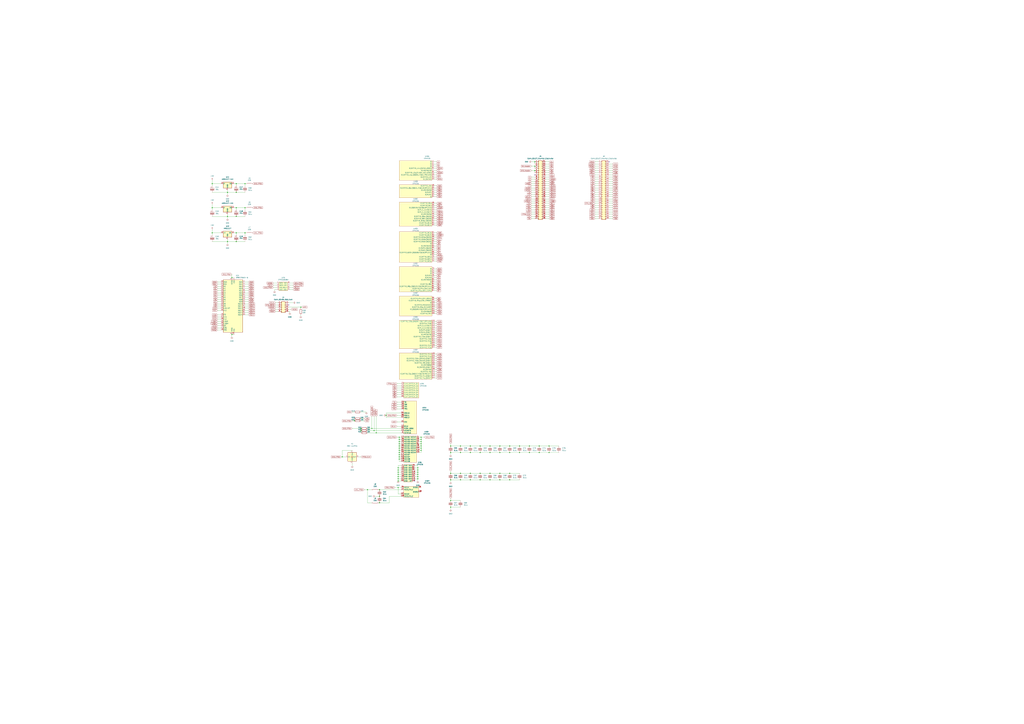
<source format=kicad_sch>
(kicad_sch (version 20211123) (generator eeschema)
  (paper "A0")
  (junction (at 591.82 549.91))
  (junction (at 463.55 528.32))
  (junction (at 485.14 546.1))
  (junction (at 246.38 270.51))
  (junction (at 621.03 187.96))
  (junction (at 523.24 557.53))
  (junction (at 568.96 525.78))
  (junction (at 557.53 557.53))
  (junction (at 463.55 523.24))
  (junction (at 463.55 533.4))
  (junction (at 463.55 508))
  (junction (at 431.8 497.84))
  (junction (at 462.28 556.26))
  (junction (at 463.55 513.08))
  (junction (at 463.55 510.54))
  (junction (at 488.95 515.62))
  (junction (at 523.24 581.66))
  (junction (at 580.39 525.78))
  (junction (at 603.25 525.78))
  (junction (at 246.38 241.3))
  (junction (at 397.51 530.86))
  (junction (at 557.53 525.78))
  (junction (at 485.14 556.26))
  (junction (at 448.31 482.6))
  (junction (at 264.16 223.52))
  (junction (at 463.55 515.62))
  (junction (at 274.32 251.46))
  (junction (at 462.28 553.72))
  (junction (at 546.1 549.91))
  (junction (at 523.24 525.78))
  (junction (at 580.39 557.53))
  (junction (at 614.68 518.16))
  (junction (at 284.48 213.36))
  (junction (at 440.69 584.2))
  (junction (at 546.1 518.16))
  (junction (at 436.88 502.92))
  (junction (at 626.11 518.16))
  (junction (at 621.03 193.04))
  (junction (at 264.16 280.67))
  (junction (at 488.95 520.7))
  (junction (at 488.95 523.24))
  (junction (at 419.1 497.84))
  (junction (at 440.69 576.58))
  (junction (at 462.28 543.56))
  (junction (at 603.25 518.16))
  (junction (at 264.16 251.46))
  (junction (at 621.03 198.12))
  (junction (at 462.28 551.18))
  (junction (at 568.96 549.91))
  (junction (at 426.72 568.96))
  (junction (at 462.28 546.1))
  (junction (at 269.24 388.62))
  (junction (at 546.1 557.53))
  (junction (at 274.32 270.51))
  (junction (at 626.11 525.78))
  (junction (at 580.39 549.91))
  (junction (at 523.24 589.28))
  (junction (at 463.55 520.7))
  (junction (at 557.53 518.16))
  (junction (at 591.82 518.16))
  (junction (at 568.96 518.16))
  (junction (at 534.67 525.78))
  (junction (at 557.53 549.91))
  (junction (at 534.67 518.16))
  (junction (at 614.68 525.78))
  (junction (at 568.96 557.53))
  (junction (at 485.14 543.56))
  (junction (at 269.24 322.58))
  (junction (at 523.24 549.91))
  (junction (at 463.55 525.78))
  (junction (at 580.39 518.16))
  (junction (at 534.67 549.91))
  (junction (at 485.14 553.72))
  (junction (at 637.54 525.78))
  (junction (at 246.38 213.36))
  (junction (at 274.32 213.36))
  (junction (at 488.95 518.16))
  (junction (at 523.24 518.16))
  (junction (at 485.14 548.64))
  (junction (at 546.1 525.78))
  (junction (at 349.25 356.87))
  (junction (at 488.95 508))
  (junction (at 274.32 223.52))
  (junction (at 591.82 525.78))
  (junction (at 463.55 530.86))
  (junction (at 440.69 568.96))
  (junction (at 274.32 280.67))
  (junction (at 488.95 513.08))
  (junction (at 434.34 500.38))
  (junction (at 284.48 241.3))
  (junction (at 419.1 500.38))
  (junction (at 463.55 518.16))
  (junction (at 485.14 551.18))
  (junction (at 534.67 557.53))
  (junction (at 462.28 566.42))
  (junction (at 284.48 270.51))
  (junction (at 488.95 510.54))
  (junction (at 411.48 488.95))
  (junction (at 462.28 558.8))
  (junction (at 274.32 241.3))
  (junction (at 591.82 557.53))
  (junction (at 637.54 518.16))
  (junction (at 462.28 548.64))
  (no_connect (at 621.03 203.2))
  (no_connect (at 481.33 558.8))
  (no_connect (at 335.28 354.33))
  (no_connect (at 707.39 187.96))
  (wire (pts (xy 504.19 259.08) (xy 506.73 259.08)))
  (wire (pts (xy 621.03 187.96) (xy 621.03 190.5)))
  (wire (pts (xy 504.19 241.3) (xy 506.73 241.3)))
  (wire (pts (xy 274.32 270.51) (xy 284.48 270.51)))
  (wire (pts (xy 690.88 254) (xy 694.69 254)))
  (wire (pts (xy 504.19 431.8) (xy 506.73 431.8)))
  (wire (pts (xy 252.73 353.06) (xy 256.54 353.06)))
  (wire (pts (xy 690.88 203.2) (xy 694.69 203.2)))
  (wire (pts (xy 591.82 525.78) (xy 603.25 525.78)))
  (wire (pts (xy 504.19 337.82) (xy 506.73 337.82)))
  (wire (pts (xy 463.55 535.94) (xy 466.09 535.94)))
  (wire (pts (xy 448.31 482.6) (xy 448.31 480.06)))
  (wire (pts (xy 284.48 270.51) (xy 285.75 270.51)))
  (wire (pts (xy 252.73 375.92) (xy 256.54 375.92)))
  (wire (pts (xy 486.41 520.7) (xy 488.95 520.7)))
  (wire (pts (xy 690.88 193.04) (xy 694.69 193.04)))
  (wire (pts (xy 504.19 228.6) (xy 506.73 228.6)))
  (wire (pts (xy 408.94 538.48) (xy 408.94 541.02)))
  (wire (pts (xy 448.31 485.14) (xy 448.31 482.6)))
  (wire (pts (xy 284.48 363.22) (xy 288.29 363.22)))
  (wire (pts (xy 284.48 332.74) (xy 288.29 332.74)))
  (wire (pts (xy 462.28 541.02) (xy 462.28 543.56)))
  (wire (pts (xy 252.73 332.74) (xy 256.54 332.74)))
  (wire (pts (xy 504.19 290.83) (xy 506.73 290.83)))
  (wire (pts (xy 617.22 213.36) (xy 621.03 213.36)))
  (wire (pts (xy 504.19 254) (xy 506.73 254)))
  (wire (pts (xy 419.1 478.79) (xy 425.45 478.79)))
  (wire (pts (xy 504.19 359.41) (xy 506.73 359.41)))
  (wire (pts (xy 284.48 241.3) (xy 284.48 243.84)))
  (wire (pts (xy 284.48 345.44) (xy 288.29 345.44)))
  (wire (pts (xy 488.95 520.7) (xy 488.95 518.16)))
  (wire (pts (xy 504.19 203.2) (xy 506.73 203.2)))
  (wire (pts (xy 633.73 198.12) (xy 637.54 198.12)))
  (wire (pts (xy 463.55 515.62) (xy 463.55 518.16)))
  (wire (pts (xy 633.73 210.82) (xy 637.54 210.82)))
  (wire (pts (xy 504.19 312.42) (xy 506.73 312.42)))
  (wire (pts (xy 252.73 337.82) (xy 256.54 337.82)))
  (wire (pts (xy 633.73 231.14) (xy 637.54 231.14)))
  (wire (pts (xy 626.11 518.16) (xy 637.54 518.16)))
  (wire (pts (xy 434.34 483.87) (xy 434.34 500.38)))
  (wire (pts (xy 461.01 450.85) (xy 466.09 450.85)))
  (wire (pts (xy 335.28 351.79) (xy 340.36 351.79)))
  (wire (pts (xy 462.28 556.26) (xy 462.28 558.8)))
  (wire (pts (xy 504.19 388.62) (xy 506.73 388.62)))
  (wire (pts (xy 504.19 361.95) (xy 506.73 361.95)))
  (wire (pts (xy 461.01 508) (xy 463.55 508)))
  (wire (pts (xy 481.33 551.18) (xy 485.14 551.18)))
  (wire (pts (xy 633.73 195.58) (xy 637.54 195.58)))
  (wire (pts (xy 335.28 359.41) (xy 337.82 359.41)))
  (wire (pts (xy 463.55 533.4) (xy 463.55 535.94)))
  (wire (pts (xy 408.94 497.84) (xy 419.1 497.84)))
  (wire (pts (xy 504.19 383.54) (xy 506.73 383.54)))
  (wire (pts (xy 252.73 378.46) (xy 256.54 378.46)))
  (wire (pts (xy 504.19 434.34) (xy 506.73 434.34)))
  (wire (pts (xy 617.22 228.6) (xy 621.03 228.6)))
  (wire (pts (xy 435.61 576.58) (xy 440.69 576.58)))
  (wire (pts (xy 568.96 518.16) (xy 580.39 518.16)))
  (wire (pts (xy 617.22 193.04) (xy 621.03 193.04)))
  (wire (pts (xy 504.19 283.21) (xy 506.73 283.21)))
  (wire (pts (xy 317.5 334.01) (xy 321.31 334.01)))
  (wire (pts (xy 320.04 356.87) (xy 322.58 356.87)))
  (wire (pts (xy 707.39 243.84) (xy 711.2 243.84)))
  (wire (pts (xy 621.03 198.12) (xy 621.03 200.66)))
  (wire (pts (xy 690.88 205.74) (xy 694.69 205.74)))
  (wire (pts (xy 546.1 518.16) (xy 557.53 518.16)))
  (wire (pts (xy 557.53 557.53) (xy 568.96 557.53)))
  (wire (pts (xy 264.16 251.46) (xy 264.16 248.92)))
  (wire (pts (xy 637.54 525.78) (xy 648.97 525.78)))
  (wire (pts (xy 264.16 223.52) (xy 264.16 220.98)))
  (wire (pts (xy 633.73 190.5) (xy 637.54 190.5)))
  (wire (pts (xy 486.41 523.24) (xy 488.95 523.24)))
  (wire (pts (xy 504.19 295.91) (xy 506.73 295.91)))
  (wire (pts (xy 633.73 205.74) (xy 637.54 205.74)))
  (wire (pts (xy 546.1 525.78) (xy 557.53 525.78)))
  (wire (pts (xy 485.14 548.64) (xy 485.14 551.18)))
  (wire (pts (xy 252.73 360.68) (xy 256.54 360.68)))
  (wire (pts (xy 504.19 303.53) (xy 506.73 303.53)))
  (wire (pts (xy 488.95 523.24) (xy 488.95 520.7)))
  (wire (pts (xy 617.22 208.28) (xy 621.03 208.28)))
  (wire (pts (xy 269.24 388.62) (xy 271.78 388.62)))
  (wire (pts (xy 707.39 215.9) (xy 711.2 215.9)))
  (wire (pts (xy 466.09 485.14) (xy 448.31 485.14)))
  (wire (pts (xy 488.95 508) (xy 492.76 508)))
  (wire (pts (xy 463.55 520.7) (xy 466.09 520.7)))
  (wire (pts (xy 690.88 218.44) (xy 694.69 218.44)))
  (wire (pts (xy 481.33 543.56) (xy 485.14 543.56)))
  (wire (pts (xy 591.82 549.91) (xy 603.25 549.91)))
  (wire (pts (xy 274.32 241.3) (xy 284.48 241.3)))
  (wire (pts (xy 707.39 238.76) (xy 711.2 238.76)))
  (wire (pts (xy 488.95 510.54) (xy 488.95 508)))
  (wire (pts (xy 461.01 495.3) (xy 466.09 495.3)))
  (wire (pts (xy 707.39 246.38) (xy 711.2 246.38)))
  (wire (pts (xy 504.19 236.22) (xy 506.73 236.22)))
  (wire (pts (xy 617.22 248.92) (xy 621.03 248.92)))
  (wire (pts (xy 707.39 226.06) (xy 711.2 226.06)))
  (wire (pts (xy 690.88 187.96) (xy 694.69 187.96)))
  (wire (pts (xy 504.19 375.92) (xy 506.73 375.92)))
  (wire (pts (xy 416.56 530.86) (xy 419.1 530.86)))
  (wire (pts (xy 271.78 241.3) (xy 274.32 241.3)))
  (wire (pts (xy 504.19 381) (xy 506.73 381)))
  (wire (pts (xy 534.67 549.91) (xy 546.1 549.91)))
  (wire (pts (xy 462.28 546.1) (xy 462.28 548.64)))
  (wire (pts (xy 419.1 497.84) (xy 419.1 500.38)))
  (wire (pts (xy 504.19 393.7) (xy 506.73 393.7)))
  (wire (pts (xy 481.33 541.02) (xy 485.14 541.02)))
  (wire (pts (xy 523.24 581.66) (xy 534.67 581.66)))
  (wire (pts (xy 504.19 327.66) (xy 506.73 327.66)))
  (wire (pts (xy 452.12 576.58) (xy 452.12 584.2)))
  (wire (pts (xy 462.28 546.1) (xy 466.09 546.1)))
  (wire (pts (xy 462.28 543.56) (xy 462.28 546.1)))
  (wire (pts (xy 617.22 205.74) (xy 621.03 205.74)))
  (wire (pts (xy 504.19 396.24) (xy 506.73 396.24)))
  (wire (pts (xy 617.22 198.12) (xy 621.03 198.12)))
  (wire (pts (xy 617.22 210.82) (xy 621.03 210.82)))
  (wire (pts (xy 488.95 513.08) (xy 488.95 510.54)))
  (wire (pts (xy 633.73 238.76) (xy 637.54 238.76)))
  (wire (pts (xy 246.38 270.51) (xy 256.54 270.51)))
  (wire (pts (xy 523.24 547.37) (xy 523.24 549.91)))
  (wire (pts (xy 617.22 226.06) (xy 621.03 226.06)))
  (wire (pts (xy 284.48 335.28) (xy 288.29 335.28)))
  (wire (pts (xy 504.19 330.2) (xy 506.73 330.2)))
  (wire (pts (xy 463.55 520.7) (xy 463.55 523.24)))
  (wire (pts (xy 397.51 530.86) (xy 401.32 530.86)))
  (wire (pts (xy 617.22 215.9) (xy 621.03 215.9)))
  (wire (pts (xy 246.38 251.46) (xy 264.16 251.46)))
  (wire (pts (xy 504.19 436.88) (xy 506.73 436.88)))
  (wire (pts (xy 707.39 223.52) (xy 711.2 223.52)))
  (wire (pts (xy 690.88 213.36) (xy 694.69 213.36)))
  (wire (pts (xy 252.73 347.98) (xy 256.54 347.98)))
  (wire (pts (xy 504.19 346.71) (xy 506.73 346.71)))
  (wire (pts (xy 426.72 584.2) (xy 426.72 568.96)))
  (wire (pts (xy 504.19 414.02) (xy 506.73 414.02)))
  (wire (pts (xy 486.41 518.16) (xy 488.95 518.16)))
  (wire (pts (xy 463.55 523.24) (xy 463.55 525.78)))
  (wire (pts (xy 504.19 398.78) (xy 506.73 398.78)))
  (wire (pts (xy 633.73 223.52) (xy 637.54 223.52)))
  (wire (pts (xy 431.8 483.87) (xy 431.8 497.84)))
  (wire (pts (xy 397.51 523.24) (xy 408.94 523.24)))
  (wire (pts (xy 504.19 218.44) (xy 506.73 218.44)))
  (wire (pts (xy 633.73 236.22) (xy 637.54 236.22)))
  (wire (pts (xy 617.22 187.96) (xy 621.03 187.96)))
  (wire (pts (xy 264.16 280.67) (xy 264.16 283.21)))
  (wire (pts (xy 461.01 455.93) (xy 466.09 455.93)))
  (wire (pts (xy 284.48 337.82) (xy 288.29 337.82)))
  (wire (pts (xy 485.14 543.56) (xy 485.14 546.1)))
  (wire (pts (xy 462.28 551.18) (xy 462.28 553.72)))
  (wire (pts (xy 546.1 557.53) (xy 557.53 557.53)))
  (wire (pts (xy 440.69 568.96) (xy 466.09 568.96)))
  (wire (pts (xy 633.73 226.06) (xy 637.54 226.06)))
  (wire (pts (xy 485.14 553.72) (xy 485.14 556.26)))
  (wire (pts (xy 252.73 365.76) (xy 256.54 365.76)))
  (wire (pts (xy 466.09 541.02) (xy 462.28 541.02)))
  (wire (pts (xy 690.88 231.14) (xy 694.69 231.14)))
  (wire (pts (xy 546.1 549.91) (xy 557.53 549.91)))
  (wire (pts (xy 504.19 325.12) (xy 506.73 325.12)))
  (wire (pts (xy 485.14 541.02) (xy 485.14 543.56)))
  (wire (pts (xy 504.19 356.87) (xy 506.73 356.87)))
  (wire (pts (xy 318.77 336.55) (xy 321.31 336.55)))
  (wire (pts (xy 617.22 236.22) (xy 621.03 236.22)))
  (wire (pts (xy 320.04 354.33) (xy 322.58 354.33)))
  (wire (pts (xy 504.19 248.92) (xy 506.73 248.92)))
  (wire (pts (xy 439.42 568.96) (xy 440.69 568.96)))
  (wire (pts (xy 504.19 256.54) (xy 506.73 256.54)))
  (wire (pts (xy 504.19 246.38) (xy 506.73 246.38)))
  (wire (pts (xy 463.55 533.4) (xy 466.09 533.4)))
  (wire (pts (xy 633.73 187.96) (xy 637.54 187.96)))
  (wire (pts (xy 466.09 576.58) (xy 452.12 576.58)))
  (wire (pts (xy 284.48 327.66) (xy 288.29 327.66)))
  (wire (pts (xy 463.55 530.86) (xy 466.09 530.86)))
  (wire (pts (xy 271.78 213.36) (xy 274.32 213.36)))
  (wire (pts (xy 690.88 228.6) (xy 694.69 228.6)))
  (wire (pts (xy 557.53 518.16) (xy 568.96 518.16)))
  (wire (pts (xy 336.55 334.01) (xy 340.36 334.01)))
  (wire (pts (xy 486.41 510.54) (xy 488.95 510.54)))
  (wire (pts (xy 252.73 358.14) (xy 256.54 358.14)))
  (wire (pts (xy 284.48 241.3) (xy 285.75 241.3)))
  (wire (pts (xy 504.19 285.75) (xy 506.73 285.75)))
  (wire (pts (xy 504.19 378.46) (xy 506.73 378.46)))
  (wire (pts (xy 504.19 419.1) (xy 506.73 419.1)))
  (wire (pts (xy 336.55 336.55) (xy 340.36 336.55)))
  (wire (pts (xy 633.73 218.44) (xy 637.54 218.44)))
  (wire (pts (xy 690.88 233.68) (xy 694.69 233.68)))
  (wire (pts (xy 707.39 220.98) (xy 711.2 220.98)))
  (wire (pts (xy 269.24 322.58) (xy 271.78 322.58)))
  (wire (pts (xy 426.72 497.84) (xy 431.8 497.84)))
  (wire (pts (xy 463.55 510.54) (xy 466.09 510.54)))
  (wire (pts (xy 463.55 523.24) (xy 466.09 523.24)))
  (wire (pts (xy 488.95 525.78) (xy 488.95 523.24)))
  (wire (pts (xy 504.19 208.28) (xy 506.73 208.28)))
  (wire (pts (xy 633.73 243.84) (xy 637.54 243.84)))
  (wire (pts (xy 633.73 208.28) (xy 637.54 208.28)))
  (wire (pts (xy 690.88 243.84) (xy 694.69 243.84)))
  (wire (pts (xy 568.96 549.91) (xy 580.39 549.91)))
  (wire (pts (xy 246.38 241.3) (xy 256.54 241.3)))
  (wire (pts (xy 707.39 200.66) (xy 711.2 200.66)))
  (wire (pts (xy 252.73 350.52) (xy 256.54 350.52)))
  (wire (pts (xy 317.5 331.47) (xy 321.31 331.47)))
  (wire (pts (xy 504.19 386.08) (xy 506.73 386.08)))
  (wire (pts (xy 633.73 213.36) (xy 637.54 213.36)))
  (wire (pts (xy 481.33 548.64) (xy 485.14 548.64)))
  (wire (pts (xy 349.25 358.14) (xy 349.25 356.87)))
  (wire (pts (xy 690.88 210.82) (xy 694.69 210.82)))
  (wire (pts (xy 504.19 411.48) (xy 506.73 411.48)))
  (wire (pts (xy 633.73 200.66) (xy 637.54 200.66)))
  (wire (pts (xy 504.19 351.79) (xy 506.73 351.79)))
  (wire (pts (xy 461.01 472.44) (xy 466.09 472.44)))
  (wire (pts (xy 481.33 556.26) (xy 485.14 556.26)))
  (wire (pts (xy 486.41 508) (xy 488.95 508)))
  (wire (pts (xy 284.48 350.52) (xy 288.29 350.52)))
  (wire (pts (xy 246.38 213.36) (xy 256.54 213.36)))
  (wire (pts (xy 458.47 566.42) (xy 462.28 566.42)))
  (wire (pts (xy 274.32 213.36) (xy 284.48 213.36)))
  (wire (pts (xy 411.48 486.41) (xy 411.48 488.95)))
  (wire (pts (xy 580.39 549.91) (xy 591.82 549.91)))
  (wire (pts (xy 504.19 439.42) (xy 506.73 439.42)))
  (wire (pts (xy 426.72 568.96) (xy 431.8 568.96)))
  (wire (pts (xy 320.04 359.41) (xy 322.58 359.41)))
  (wire (pts (xy 461.01 474.98) (xy 466.09 474.98)))
  (wire (pts (xy 461.01 490.22) (xy 466.09 490.22)))
  (wire (pts (xy 320.04 351.79) (xy 322.58 351.79)))
  (wire (pts (xy 557.53 525.78) (xy 568.96 525.78)))
  (wire (pts (xy 463.55 508) (xy 463.55 510.54)))
  (wire (pts (xy 504.19 424.18) (xy 506.73 424.18)))
  (wire (pts (xy 617.22 251.46) (xy 621.03 251.46)))
  (wire (pts (xy 504.19 226.06) (xy 506.73 226.06)))
  (wire (pts (xy 462.28 548.64) (xy 462.28 551.18)))
  (wire (pts (xy 504.19 426.72) (xy 506.73 426.72)))
  (wire (pts (xy 271.78 270.51) (xy 274.32 270.51)))
  (wire (pts (xy 504.19 200.66) (xy 506.73 200.66)))
  (wire (pts (xy 463.55 518.16) (xy 466.09 518.16)))
  (wire (pts (xy 504.19 280.67) (xy 506.73 280.67)))
  (wire (pts (xy 481.33 553.72) (xy 485.14 553.72)))
  (wire (pts (xy 269.24 388.62) (xy 269.24 391.16)))
  (wire (pts (xy 690.88 248.92) (xy 694.69 248.92)))
  (wire (pts (xy 504.19 288.29) (xy 506.73 288.29)))
  (wire (pts (xy 523.24 515.62) (xy 523.24 518.16)))
  (wire (pts (xy 591.82 557.53) (xy 603.25 557.53)))
  (wire (pts (xy 488.95 518.16) (xy 488.95 515.62)))
  (wire (pts (xy 461.01 482.6) (xy 466.09 482.6)))
  (wire (pts (xy 284.48 365.76) (xy 288.29 365.76)))
  (wire (pts (xy 504.19 243.84) (xy 506.73 243.84)))
  (wire (pts (xy 284.48 330.2) (xy 288.29 330.2)))
  (wire (pts (xy 336.55 361.95) (xy 336.55 363.22)))
  (wire (pts (xy 396.24 530.86) (xy 397.51 530.86)))
  (wire (pts (xy 707.39 218.44) (xy 711.2 218.44)))
  (wire (pts (xy 707.39 210.82) (xy 711.2 210.82)))
  (wire (pts (xy 463.55 513.08) (xy 463.55 515.62)))
  (wire (pts (xy 462.28 551.18) (xy 466.09 551.18)))
  (wire (pts (xy 246.38 280.67) (xy 264.16 280.67)))
  (wire (pts (xy 461.01 467.36) (xy 466.09 467.36)))
  (wire (pts (xy 504.19 332.74) (xy 506.73 332.74)))
  (wire (pts (xy 690.88 198.12) (xy 694.69 198.12)))
  (wire (pts (xy 690.88 200.66) (xy 694.69 200.66)))
  (wire (pts (xy 504.19 275.59) (xy 506.73 275.59)))
  (wire (pts (xy 707.39 251.46) (xy 711.2 251.46)))
  (wire (pts (xy 463.55 510.54) (xy 463.55 513.08)))
  (wire (pts (xy 633.73 220.98) (xy 637.54 220.98)))
  (wire (pts (xy 690.88 195.58) (xy 694.69 195.58)))
  (wire (pts (xy 626.11 525.78) (xy 637.54 525.78)))
  (wire (pts (xy 419.1 500.38) (xy 419.1 502.92)))
  (wire (pts (xy 633.73 203.2) (xy 637.54 203.2)))
  (wire (pts (xy 523.24 525.78) (xy 523.24 528.32)))
  (wire (pts (xy 504.19 193.04) (xy 506.73 193.04)))
  (wire (pts (xy 463.55 528.32) (xy 466.09 528.32)))
  (wire (pts (xy 264.16 280.67) (xy 274.32 280.67)))
  (wire (pts (xy 523.24 525.78) (xy 534.67 525.78)))
  (wire (pts (xy 504.19 220.98) (xy 506.73 220.98)))
  (wire (pts (xy 707.39 213.36) (xy 711.2 213.36)))
  (wire (pts (xy 488.95 515.62) (xy 488.95 513.08)))
  (wire (pts (xy 485.14 556.26) (xy 485.14 558.8)))
  (wire (pts (xy 284.48 358.14) (xy 288.29 358.14)))
  (wire (pts (xy 504.19 238.76) (xy 506.73 238.76)))
  (wire (pts (xy 252.73 355.6) (xy 256.54 355.6)))
  (wire (pts (xy 264.16 223.52) (xy 274.32 223.52)))
  (wire (pts (xy 707.39 228.6) (xy 711.2 228.6)))
  (wire (pts (xy 246.38 243.84) (xy 246.38 241.3)))
  (wire (pts (xy 462.28 558.8) (xy 466.09 558.8)))
  (wire (pts (xy 633.73 193.04) (xy 637.54 193.04)))
  (wire (pts (xy 486.41 515.62) (xy 488.95 515.62)))
  (wire (pts (xy 264.16 251.46) (xy 264.16 254)))
  (wire (pts (xy 690.88 226.06) (xy 694.69 226.06)))
  (wire (pts (xy 504.19 364.49) (xy 506.73 364.49)))
  (wire (pts (xy 252.73 373.38) (xy 256.54 373.38)))
  (wire (pts (xy 504.19 223.52) (xy 506.73 223.52)))
  (wire (pts (xy 504.19 293.37) (xy 506.73 293.37)))
  (wire (pts (xy 523.24 589.28) (xy 523.24 591.82)))
  (wire (pts (xy 580.39 518.16) (xy 591.82 518.16)))
  (wire (pts (xy 504.19 317.5) (xy 506.73 317.5)))
  (wire (pts (xy 707.39 198.12) (xy 711.2 198.12)))
  (wire (pts (xy 523.24 549.91) (xy 534.67 549.91)))
  (wire (pts (xy 419.1 486.41) (xy 422.91 486.41)))
  (wire (pts (xy 504.19 314.96) (xy 506.73 314.96)))
  (wire (pts (xy 463.55 525.78) (xy 466.09 525.78)))
  (wire (pts (xy 534.67 525.78) (xy 546.1 525.78)))
  (wire (pts (xy 690.88 241.3) (xy 694.69 241.3)))
  (wire (pts (xy 690.88 238.76) (xy 694.69 238.76)))
  (wire (pts (xy 349.25 365.76) (xy 349.25 367.03)))
  (wire (pts (xy 274.32 215.9) (xy 274.32 213.36)))
  (wire (pts (xy 448.31 480.06) (xy 466.09 480.06)))
  (wire (pts (xy 252.73 335.28) (xy 256.54 335.28)))
  (wire (pts (xy 633.73 241.3) (xy 637.54 241.3)))
  (wire (pts (xy 408.94 488.95) (xy 411.48 488.95)))
  (wire (pts (xy 633.73 251.46) (xy 637.54 251.46)))
  (wire (pts (xy 504.19 215.9) (xy 506.73 215.9)))
  (wire (pts (xy 252.73 340.36) (xy 256.54 340.36)))
  (wire (pts (xy 408.94 478.79) (xy 411.48 478.79)))
  (wire (pts (xy 274.32 223.52) (xy 284.48 223.52)))
  (wire (pts (xy 274.32 273.05) (xy 274.32 270.51)))
  (wire (pts (xy 504.19 270.51) (xy 506.73 270.51)))
  (wire (pts (xy 252.73 381) (xy 256.54 381)))
  (wire (pts (xy 252.73 383.54) (xy 256.54 383.54)))
  (wire (pts (xy 617.22 246.38) (xy 621.03 246.38)))
  (wire (pts (xy 591.82 518.16) (xy 603.25 518.16)))
  (wire (pts (xy 452.12 584.2) (xy 440.69 584.2)))
  (wire (pts (xy 690.88 246.38) (xy 694.69 246.38)))
  (wire (pts (xy 504.19 205.74) (xy 506.73 205.74)))
  (wire (pts (xy 633.73 248.92) (xy 637.54 248.92)))
  (wire (pts (xy 617.22 220.98) (xy 621.03 220.98)))
  (wire (pts (xy 707.39 190.5) (xy 711.2 190.5)))
  (wire (pts (xy 463.55 530.86) (xy 463.55 533.4)))
  (wire (pts (xy 504.19 273.05) (xy 506.73 273.05)))
  (wire (pts (xy 617.22 243.84) (xy 621.03 243.84)))
  (wire (pts (xy 461.01 453.39) (xy 466.09 453.39)))
  (wire (pts (xy 264.16 251.46) (xy 274.32 251.46)))
  (wire (pts (xy 504.19 298.45) (xy 506.73 298.45)))
  (wire (pts (xy 284.48 353.06) (xy 288.29 353.06)))
  (wire (pts (xy 284.48 270.51) (xy 284.48 273.05)))
  (wire (pts (xy 246.38 209.55) (xy 246.38 213.36)))
  (wire (pts (xy 463.55 508) (xy 466.09 508)))
  (wire (pts (xy 633.73 228.6) (xy 637.54 228.6)))
  (wire (pts (xy 246.38 215.9) (xy 246.38 213.36)))
  (wire (pts (xy 557.53 549.91) (xy 568.96 549.91)))
  (wire (pts (xy 336.55 328.93) (xy 340.36 328.93)))
  (wire (pts (xy 707.39 193.04) (xy 711.2 193.04)))
  (wire (pts (xy 461.01 469.9) (xy 466.09 469.9)))
  (wire (pts (xy 534.67 557.53) (xy 546.1 557.53)))
  (wire (pts (xy 633.73 246.38) (xy 637.54 246.38)))
  (wire (pts (xy 246.38 273.05) (xy 246.38 270.51)))
  (wire (pts (xy 466.09 574.04) (xy 462.28 574.04)))
  (wire (pts (xy 431.8 584.2) (xy 426.72 584.2)))
  (wire (pts (xy 523.24 579.12) (xy 523.24 581.66)))
  (wire (pts (xy 568.96 525.78) (xy 580.39 525.78)))
  (wire (pts (xy 335.28 356.87) (xy 349.25 356.87)))
  (wire (pts (xy 633.73 254) (xy 637.54 254)))
  (wire (pts (xy 436.88 483.87) (xy 436.88 502.92)))
  (wire (pts (xy 397.51 530.86) (xy 397.51 523.24)))
  (wire (pts (xy 690.88 220.98) (xy 694.69 220.98)))
  (wire (pts (xy 707.39 248.92) (xy 711.2 248.92)))
  (wire (pts (xy 252.73 330.2) (xy 256.54 330.2)))
  (wire (pts (xy 461.01 461.01) (xy 466.09 461.01)))
  (wire (pts (xy 707.39 231.14) (xy 711.2 231.14)))
  (wire (pts (xy 462.28 553.72) (xy 462.28 556.26)))
  (wire (pts (xy 504.19 373.38) (xy 506.73 373.38)))
  (wire (pts (xy 284.48 360.68) (xy 288.29 360.68)))
  (wire (pts (xy 504.19 401.32) (xy 506.73 401.32)))
  (wire (pts (xy 252.73 368.3) (xy 256.54 368.3)))
  (wire (pts (xy 349.25 356.87) (xy 350.52 356.87)))
  (wire (pts (xy 463.55 525.78) (xy 463.55 528.32)))
  (wire (pts (xy 274.32 251.46) (xy 284.48 251.46)))
  (wire (pts (xy 617.22 231.14) (xy 621.03 231.14)))
  (wire (pts (xy 504.19 391.16) (xy 506.73 391.16)))
  (wire (pts (xy 284.48 213.36) (xy 285.75 213.36)))
  (wire (pts (xy 707.39 233.68) (xy 711.2 233.68)))
  (wire (pts (xy 504.19 429.26) (xy 506.73 429.26)))
  (wire (pts (xy 617.22 223.52) (xy 621.03 223.52)))
  (wire (pts (xy 707.39 195.58) (xy 711.2 195.58)))
  (wire (pts (xy 461.01 458.47) (xy 466.09 458.47)))
  (wire (pts (xy 690.88 223.52) (xy 694.69 223.52)))
  (wire (pts (xy 707.39 254) (xy 711.2 254)))
  (wire (pts (xy 422.91 568.96) (xy 426.72 568.96)))
  (wire (pts (xy 426.72 502.92) (xy 436.88 502.92)))
  (wire (pts (xy 621.03 193.04) (xy 621.03 195.58)))
  (wire (pts (xy 284.48 213.36) (xy 284.48 215.9)))
  (wire (pts (xy 269.24 322.58) (xy 269.24 318.77)))
  (wire (pts (xy 436.88 502.92) (xy 466.09 502.92)))
  (wire (pts (xy 463.55 528.32) (xy 463.55 530.86)))
  (wire (pts (xy 284.48 340.36) (xy 288.29 340.36)))
  (wire (pts (xy 246.38 237.49) (xy 246.38 241.3)))
  (wire (pts (xy 504.19 251.46) (xy 506.73 251.46)))
  (wire (pts (xy 534.67 518.16) (xy 546.1 518.16)))
  (wire (pts (xy 580.39 557.53) (xy 591.82 557.53)))
  (wire (pts (xy 252.73 370.84) (xy 256.54 370.84)))
  (wire (pts (xy 690.88 215.9) (xy 694.69 215.9)))
  (wire (pts (xy 461.01 448.31) (xy 466.09 448.31)))
  (wire (pts (xy 320.04 361.95) (xy 322.58 361.95)))
  (wire (pts (xy 504.19 416.56) (xy 506.73 416.56)))
  (wire (pts (xy 690.88 236.22) (xy 694.69 236.22)))
  (wire (pts (xy 419.1 488.95) (xy 422.91 488.95)))
  (wire (pts (xy 485.14 551.18) (xy 485.14 553.72)))
  (wire (pts (xy 463.55 513.08) (xy 466.09 513.08)))
  (wire (pts (xy 603.25 525.78) (xy 614.68 525.78)))
  (wire (pts (xy 523.24 589.28) (xy 534.67 589.28)))
  (wire (pts (xy 707.39 236.22) (xy 711.2 236.22)))
  (wire (pts (xy 461.01 445.77) (xy 466.09 445.77)))
  (wire (pts (xy 284.48 342.9) (xy 288.29 342.9)))
  (wire (pts (xy 504.19 354.33) (xy 506.73 354.33)))
  (wire (pts (xy 614.68 525.78) (xy 626.11 525.78)))
  (wire (pts (xy 504.19 322.58) (xy 506.73 322.58)))
  (wire (pts (xy 439.42 584.2) (xy 440.69 584.2)))
  (wire (pts (xy 335.28 361.95) (xy 336.55 361.95)))
  (wire (pts (xy 504.19 198.12) (xy 506.73 198.12)))
  (wire (pts (xy 246.38 266.7) (xy 246.38 270.51)))
  (wire (pts (xy 485.14 546.1) (xy 485.14 548.64)))
  (wire (pts (xy 504.19 403.86) (xy 506.73 403.86)))
  (wire (pts (xy 568.96 557.53) (xy 580.39 557.53)))
  (wire (pts (xy 504.19 190.5) (xy 506.73 190.5)))
  (wire (pts (xy 504.19 261.62) (xy 506.73 261.62)))
  (wire (pts (xy 504.19 278.13) (xy 506.73 278.13)))
  (wire (pts (xy 486.41 525.78) (xy 488.95 525.78)))
  (wire (pts (xy 317.5 328.93) (xy 321.31 328.93)))
  (wire (pts (xy 284.48 355.6) (xy 288.29 355.6)))
  (wire (pts (xy 504.19 195.58) (xy 506.73 195.58)))
  (wire (pts (xy 523.24 557.53) (xy 534.67 557.53)))
  (wire (pts (xy 633.73 233.68) (xy 637.54 233.68)))
  (wire (pts (xy 690.88 208.28) (xy 694.69 208.28)))
  (wire (pts (xy 504.19 335.28) (xy 506.73 335.28)))
  (wire (pts (xy 707.39 208.28) (xy 711.2 208.28)))
  (wire (pts (xy 504.19 300.99) (xy 506.73 300.99)))
  (wire (pts (xy 523.24 518.16) (xy 534.67 518.16)))
  (wire (pts (xy 431.8 497.84) (xy 466.09 497.84)))
  (wire (pts (xy 633.73 215.9) (xy 637.54 215.9)))
  (wire (pts (xy 617.22 241.3) (xy 621.03 241.3)))
  (wire (pts (xy 252.73 327.66) (xy 256.54 327.66)))
  (wire (pts (xy 486.41 513.08) (xy 488.95 513.08)))
  (wire (pts (xy 274.32 243.84) (xy 274.32 241.3)))
  (wire (pts (xy 523.24 557.53) (xy 523.24 560.07)))
  (wire (pts (xy 707.39 241.3) (xy 711.2 241.3)))
  (wire (pts (xy 504.19 421.64) (xy 506.73 421.64)))
  (wire (pts (xy 463.55 515.62) (xy 466.09 515.62)))
  (wire (pts (xy 580.39 525.78) (xy 591.82 525.78)))
  (wire (pts (xy 252.73 342.9) (xy 256.54 342.9)))
  (wire (pts (xy 707.39 205.74) (xy 711.2 205.74)))
  (wire (pts (xy 617.22 218.44) (xy 621.03 218.44)))
  (wire (pts (xy 603.25 518.16) (xy 614.68 518.16)))
  (wire (pts (xy 462.28 566.42) (xy 466.09 566.42)))
  (wire (pts (xy 463.55 518.16) (xy 463.55 520.7)))
  (wire (pts (xy 462.28 548.64) (xy 466.09 548.64)))
  (wire (pts (xy 462.28 556.26) (xy 466.09 556.26)))
  (wire (pts (xy 690.88 251.46) (xy 694.69 251.46)))
  (wire (pts (xy 284.48 347.98) (xy 288.29 347.98)))
  (wire (pts (xy 426.72 500.38) (xy 434.34 500.38)))
  (wire (pts (xy 617.22 254) (xy 621.03 254)))
  (wire (pts (xy 462.28 543.56) (xy 466.09 543.56)))
  (wire (pts (xy 264.16 223.52) (xy 264.16 226.06)))
  (wire (pts (xy 246.38 223.52) (xy 264.16 223.52)))
  (wire (pts (xy 504.19 349.25) (xy 506.73 349.25)))
  (wire (pts (xy 462.28 574.04) (xy 462.28 566.42)))
  (wire (pts (xy 481.33 546.1) (xy 485.14 546.1)))
  (wire (pts (xy 617.22 233.68) (xy 621.03 233.68)))
  (wire (pts (xy 637.54 518.16) (xy 648.97 518.16)))
  (wire (pts (xy 504.19 320.04) (xy 506.73 320.04)))
  (wire (pts (xy 274.32 280.67) (xy 284.48 280.67)))
  (wire (pts (xy 690.88 190.5) (xy 694.69 190.5)))
  (wire (pts (xy 617.22 238.76) (xy 621.03 238.76)))
  (wire (pts (xy 252.73 345.44) (xy 256.54 345.44)))
  (wire (pts (xy 614.68 518.16) (xy 626.11 518.16)))
  (wire (pts (xy 264.16 280.67) (xy 264.16 278.13)))
  (wire (pts (xy 707.39 203.2) (xy 711.2 203.2)))
  (wire (pts (xy 318.77 337.82) (xy 318.77 336.55)))
  (wire (pts (xy 462.28 553.72) (xy 466.09 553.72)))
  (wire (pts (xy 504.19 187.96) (xy 506.73 187.96)))
  (wire (pts (xy 336.55 331.47) (xy 340.36 331.47)))
  (wire (pts (xy 434.34 500.38) (xy 466.09 500.38)))
  (global_label "A8" (shape input) (at 506.73 283.21 0) (property "Intersheet References" "${INTERSHEET_REFS}" (effects hide)))
  (global_label "3V3_FPGA" (shape input) (at 523.24 515.62 90) (property "Intersheet References" "${INTERSHEET_REFS}" (effects hide)))
  (global_label "TDO" (shape input) (at 617.22 243.84 180) (property "Intersheet References" "${INTERSHEET_REFS}" (effects hide)))
  (global_label "nCONF" (shape input) (at 320.04 356.87 180) (property "Intersheet References" "${INTERSHEET_REFS}" (effects hide)))
  (global_label "A9" (shape input) (at 506.73 280.67 0) (property "Intersheet References" "${INTERSHEET_REFS}" (effects hide)))
  (global_label "105" (shape input) (at 506.73 361.95 0) (property "Intersheet References" "${INTERSHEET_REFS}" (effects hide)))
  (global_label "A8" (shape input) (at 637.54 198.12 0) (property "Intersheet References" "${INTERSHEET_REFS}" (effects hide)))
  (global_label "112" (shape input) (at 711.2 246.38 0) (property "Intersheet References" "${INTERSHEET_REFS}" (effects hide)))
  (global_label "ASDO" (shape input) (at 506.73 195.58 0) (property "Intersheet References" "${INTERSHEET_REFS}" (effects hide)))
  (global_label "137" (shape input) (at 711.2 203.2 0) (property "Intersheet References" "${INTERSHEET_REFS}" (effects hide)))
  (global_label "DQ4" (shape input) (at 288.29 337.82 0) (property "Intersheet References" "${INTERSHEET_REFS}" (effects hide)))
  (global_label "111" (shape input) (at 506.73 375.92 0) (property "Intersheet References" "${INTERSHEET_REFS}" (effects hide)))
  (global_label "2" (shape input) (at 617.22 208.28 180) (property "Intersheet References" "${INTERSHEET_REFS}" (effects hide)))
  (global_label "100" (shape input) (at 506.73 351.79 0) (property "Intersheet References" "${INTERSHEET_REFS}" (effects hide)))
  (global_label "DQ1" (shape input) (at 288.29 330.2 0) (property "Intersheet References" "${INTERSHEET_REFS}" (effects hide)))
  (global_label "88" (shape input) (at 690.88 226.06 180) (property "Intersheet References" "${INTERSHEET_REFS}" (effects hide)))
  (global_label "DQ10" (shape input) (at 288.29 353.06 0) (property "Intersheet References" "${INTERSHEET_REFS}" (effects hide)))
  (global_label "DQ6" (shape input) (at 506.73 236.22 0) (property "Intersheet References" "${INTERSHEET_REFS}" (effects hide)))
  (global_label "DQ10" (shape input) (at 637.54 215.9 0) (property "Intersheet References" "${INTERSHEET_REFS}" (effects hide)))
  (global_label "110" (shape input) (at 711.2 251.46 0) (property "Intersheet References" "${INTERSHEET_REFS}" (effects hide)))
  (global_label "129" (shape input) (at 711.2 215.9 0) (property "Intersheet References" "${INTERSHEET_REFS}" (effects hide)))
  (global_label "A1" (shape input) (at 506.73 322.58 0) (property "Intersheet References" "${INTERSHEET_REFS}" (effects hide)))
  (global_label "A0" (shape input) (at 506.73 320.04 0) (property "Intersheet References" "${INTERSHEET_REFS}" (effects hide)))
  (global_label "NCSO" (shape input) (at 617.22 218.44 180) (property "Intersheet References" "${INTERSHEET_REFS}" (effects hide)))
  (global_label "DQ14" (shape input) (at 637.54 226.06 0) (property "Intersheet References" "${INTERSHEET_REFS}" (effects hide)))
  (global_label "111" (shape input) (at 711.2 248.92 0) (property "Intersheet References" "${INTERSHEET_REFS}" (effects hide)))
  (global_label "DQ9" (shape input) (at 288.29 350.52 0) (property "Intersheet References" "${INTERSHEET_REFS}" (effects hide)))
  (global_label "FPGA_CLK" (shape input) (at 419.1 530.86 0) (property "Intersheet References" "${INTERSHEET_REFS}" (effects hide)))
  (global_label "A1" (shape input) (at 252.73 335.28 180) (property "Intersheet References" "${INTERSHEET_REFS}" (effects hide)))
  (global_label "114" (shape input) (at 506.73 383.54 0) (property "Intersheet References" "${INTERSHEET_REFS}" (effects hide)))
  (global_label "CS#" (shape input) (at 506.73 303.53 0) (property "Intersheet References" "${INTERSHEET_REFS}" (effects hide)))
  (global_label "A11" (shape input) (at 637.54 203.2 0) (property "Intersheet References" "${INTERSHEET_REFS}" (effects hide)))
  (global_label "DQ8" (shape input) (at 288.29 347.98 0) (property "Intersheet References" "${INTERSHEET_REFS}" (effects hide)))
  (global_label "127" (shape input) (at 506.73 403.86 0) (property "Intersheet References" "${INTERSHEET_REFS}" (effects hide)))
  (global_label "TMS" (shape input) (at 617.22 241.3 180) (property "Intersheet References" "${INTERSHEET_REFS}" (effects hide)))
  (global_label "89" (shape input) (at 690.88 228.6 180) (property "Intersheet References" "${INTERSHEET_REFS}" (effects hide)))
  (global_label "A2" (shape input) (at 252.73 337.82 180) (property "Intersheet References" "${INTERSHEET_REFS}" (effects hide)))
  (global_label "99" (shape input) (at 506.73 349.25 0) (property "Intersheet References" "${INTERSHEET_REFS}" (effects hide)))
  (global_label "DQ13" (shape input) (at 637.54 223.52 0) (property "Intersheet References" "${INTERSHEET_REFS}" (effects hide)))
  (global_label "3V3_FPGA" (shape input) (at 396.24 530.86 180) (property "Intersheet References" "${INTERSHEET_REFS}" (effects hide)))
  (global_label "104" (shape input) (at 506.73 359.41 0) (property "Intersheet References" "${INTERSHEET_REFS}" (effects hide)))
  (global_label "1" (shape input) (at 617.22 205.74 180) (property "Intersheet References" "${INTERSHEET_REFS}" (effects hide)))
  (global_label "DQ8" (shape input) (at 637.54 210.82 0) (property "Intersheet References" "${INTERSHEET_REFS}" (effects hide)))
  (global_label "125" (shape input) (at 711.2 226.06 0) (property "Intersheet References" "${INTERSHEET_REFS}" (effects hide)))
  (global_label "DCLK" (shape input) (at 461.01 495.3 180) (property "Intersheet References" "${INTERSHEET_REFS}" (effects hide)))
  (global_label "DQ3" (shape input) (at 637.54 246.38 0) (property "Intersheet References" "${INTERSHEET_REFS}" (effects hide)))
  (global_label "nSTAT" (shape input) (at 617.22 220.98 180) (property "Intersheet References" "${INTERSHEET_REFS}" (effects hide)))
  (global_label "DQ0" (shape input) (at 637.54 254 0) (property "Intersheet References" "${INTERSHEET_REFS}" (effects hide)))
  (global_label "141" (shape input) (at 711.2 198.12 0) (property "Intersheet References" "${INTERSHEET_REFS}" (effects hide)))
  (global_label "LDQM" (shape input) (at 506.73 241.3 0) (property "Intersheet References" "${INTERSHEET_REFS}" (effects hide)))
  (global_label "115" (shape input) (at 711.2 238.76 0) (property "Intersheet References" "${INTERSHEET_REFS}" (effects hide)))
  (global_label "LDQM" (shape input) (at 637.54 233.68 0) (property "Intersheet References" "${INTERSHEET_REFS}" (effects hide)))
  (global_label "2V5_FPGA" (shape input) (at 293.37 241.3 0) (property "Intersheet References" "${INTERSHEET_REFS}" (effects hide)))
  (global_label "DQ3" (shape input) (at 506.73 223.52 0) (property "Intersheet References" "${INTERSHEET_REFS}" (effects hide)))
  (global_label "DQ4" (shape input) (at 637.54 243.84 0) (property "Intersheet References" "${INTERSHEET_REFS}" (effects hide)))
  (global_label "nCONF" (shape input) (at 617.22 233.68 180) (property "Intersheet References" "${INTERSHEET_REFS}" (effects hide)))
  (global_label "135" (shape input) (at 711.2 208.28 0) (property "Intersheet References" "${INTERSHEET_REFS}" (effects hide)))
  (global_label "DQ14" (shape input) (at 288.29 363.22 0) (property "Intersheet References" "${INTERSHEET_REFS}" (effects hide)))
  (global_label "105" (shape input) (at 690.88 254 180) (property "Intersheet References" "${INTERSHEET_REFS}" (effects hide)))
  (global_label "127" (shape input) (at 711.2 220.98 0) (property "Intersheet References" "${INTERSHEET_REFS}" (effects hide)))
  (global_label "TDI" (shape input) (at 422.91 488.95 0) (property "Intersheet References" "${INTERSHEET_REFS}" (effects hide)))
  (global_label "LDQM" (shape input) (at 252.73 373.38 180) (property "Intersheet References" "${INTERSHEET_REFS}" (effects hide)))
  (global_label "DQ14" (shape input) (at 506.73 248.92 0) (property "Intersheet References" "${INTERSHEET_REFS}" (effects hide)))
  (global_label "142" (shape input) (at 506.73 434.34 0) (property "Intersheet References" "${INTERSHEET_REFS}" (effects hide)))
  (global_label "DQ15" (shape input) (at 506.73 246.38 0) (property "Intersheet References" "${INTERSHEET_REFS}" (effects hide)))
  (global_label "CKE" (shape input) (at 506.73 275.59 0) (property "Intersheet References" "${INTERSHEET_REFS}" (effects hide)))
  (global_label "DQ12" (shape input) (at 506.73 254 0) (property "Intersheet References" "${INTERSHEET_REFS}" (effects hide)))
  (global_label "RAS#" (shape input) (at 252.73 383.54 180) (property "Intersheet References" "${INTERSHEET_REFS}" (effects hide)))
  (global_label "119" (shape input) (at 506.73 388.62 0) (property "Intersheet References" "${INTERSHEET_REFS}" (effects hide)))
  (global_label "7" (shape input) (at 617.22 215.9 180) (property "Intersheet References" "${INTERSHEET_REFS}" (effects hide)))
  (global_label "84" (shape input) (at 506.73 330.2 0) (property "Intersheet References" "${INTERSHEET_REFS}" (effects hide)))
  (global_label "137" (shape input) (at 506.73 426.72 0) (property "Intersheet References" "${INTERSHEET_REFS}" (effects hide)))
  (global_label "3V3_FPGA" (shape input) (at 461.01 508 180) (property "Intersheet References" "${INTERSHEET_REFS}" (effects hide)))
  (global_label "DQ2" (shape input) (at 637.54 248.92 0) (property "Intersheet References" "${INTERSHEET_REFS}" (effects hide)))
  (global_label "DQ5" (shape input) (at 288.29 340.36 0) (property "Intersheet References" "${INTERSHEET_REFS}" (effects hide)))
  (global_label "89" (shape input) (at 461.01 458.47 180) (property "Intersheet References" "${INTERSHEET_REFS}" (effects hide)))
  (global_label "101" (shape input) (at 506.73 354.33 0) (property "Intersheet References" "${INTERSHEET_REFS}" (effects hide)))
  (global_label "124" (shape input) (at 711.2 228.6 0) (property "Intersheet References" "${INTERSHEET_REFS}" (effects hide)))
  (global_label "2V5_FPGA" (shape input) (at 523.24 579.12 90) (property "Intersheet References" "${INTERSHEET_REFS}" (effects hide)))
  (global_label "11" (shape input) (at 617.22 226.06 180) (property "Intersheet References" "${INTERSHEET_REFS}" (effects hide)))
  (global_label "1V1_FPGA" (shape input) (at 293.37 270.51 0) (property "Intersheet References" "${INTERSHEET_REFS}" (effects hide)))
  (global_label "3" (shape input) (at 617.22 210.82 180) (property "Intersheet References" "${INTERSHEET_REFS}" (effects hide)))
  (global_label "132" (shape input) (at 711.2 213.36 0) (property "Intersheet References" "${INTERSHEET_REFS}" (effects hide)))
  (global_label "124" (shape input) (at 506.73 396.24 0) (property "Intersheet References" "${INTERSHEET_REFS}" (effects hide)))
  (global_label "126" (shape input) (at 711.2 223.52 0) (property "Intersheet References" "${INTERSHEET_REFS}" (effects hide)))
  (global_label "DQ3" (shape input) (at 288.29 335.28 0) (property "Intersheet References" "${INTERSHEET_REFS}" (effects hide)))
  (global_label "91" (shape input) (at 690.88 233.68 180) (property "Intersheet References" "${INTERSHEET_REFS}" (effects hide)))
  (global_label "114" (shape input) (at 711.2 241.3 0) (property "Intersheet References" "${INTERSHEET_REFS}" (effects hide)))
  (global_label "144" (shape input) (at 711.2 190.5 0) (property "Intersheet References" "${INTERSHEET_REFS}" (effects hide)))
  (global_label "WE#" (shape input) (at 506.73 295.91 0) (property "Intersheet References" "${INTERSHEET_REFS}" (effects hide)))
  (global_label "DQ0" (shape input) (at 506.73 215.9 0) (property "Intersheet References" "${INTERSHEET_REFS}" (effects hide)))
  (global_label "CFG_DONE" (shape input) (at 431.8 483.87 90) (property "Intersheet References" "${INTERSHEET_REFS}" (effects hide)))
  (global_label "nCE" (shape input) (at 461.01 490.22 180) (property "Intersheet References" "${INTERSHEET_REFS}" (effects hide)))
  (global_label "DCLK" (shape input) (at 320.04 351.79 180) (property "Intersheet References" "${INTERSHEET_REFS}" (effects hide)))
  (global_label "A4" (shape input) (at 506.73 293.37 0) (property "Intersheet References" "${INTERSHEET_REFS}" (effects hide)))
  (global_label "DQ2" (shape input) (at 288.29 332.74 0) (property "Intersheet References" "${INTERSHEET_REFS}" (effects hide)))
  (global_label "CKE" (shape input) (at 637.54 205.74 0) (property "Intersheet References" "${INTERSHEET_REFS}" (effects hide)))
  (global_label "24" (shape input) (at 617.22 251.46 180) (property "Intersheet References" "${INTERSHEET_REFS}" (effects hide)))
  (global_label "98" (shape input) (at 506.73 346.71 0) (property "Intersheet References" "${INTERSHEET_REFS}" (effects hide)))
  (global_label "103" (shape input) (at 690.88 248.92 180) (property "Intersheet References" "${INTERSHEET_REFS}" (effects hide)))
  (global_label "CS#" (shape input) (at 690.88 195.58 180) (property "Intersheet References" "${INTERSHEET_REFS}" (effects hide)))
  (global_label "133" (shape input) (at 506.73 419.1 0) (property "Intersheet References" "${INTERSHEET_REFS}" (effects hide)))
  (global_label "CKE" (shape input) (at 252.73 368.3 180) (property "Intersheet References" "${INTERSHEET_REFS}" (effects hide)))
  (global_label "103" (shape input) (at 506.73 356.87 0) (property "Intersheet References" "${INTERSHEET_REFS}" (effects hide)))
  (global_label "A0" (shape input) (at 252.73 332.74 180) (property "Intersheet References" "${INTERSHEET_REFS}" (effects hide)))
  (global_label "88" (shape input) (at 461.01 461.01 180) (property "Intersheet References" "${INTERSHEET_REFS}" (effects hide)))
  (global_label "TDI" (shape input) (at 617.22 236.22 180) (property "Intersheet References" "${INTERSHEET_REFS}" (effects hide)))
  (global_label "BS0" (shape input) (at 506.73 312.42 0) (property "Intersheet References" "${INTERSHEET_REFS}" (effects hide)))
  (global_label "DATA" (shape input) (at 617.22 231.14 180) (property "Intersheet References" "${INTERSHEET_REFS}" (effects hide)))
  (global_label "101" (shape input) (at 690.88 246.38 180) (property "Intersheet References" "${INTERSHEET_REFS}" (effects hide)))
  (global_label "138" (shape input) (at 711.2 200.66 0) (property "Intersheet References" "${INTERSHEET_REFS}" (effects hide)))
  (global_label "UDQM" (shape input) (at 252.73 375.92 180) (property "Intersheet References" "${INTERSHEET_REFS}" (effects hide)))
  (global_label "DATA" (shape input) (at 320.04 359.41 180) (property "Intersheet References" "${INTERSHEET_REFS}" (effects hide)))
  (global_label "A5" (shape input) (at 637.54 190.5 0) (property "Intersheet References" "${INTERSHEET_REFS}" (effects hide)))
  (global_label "A7" (shape input) (at 506.73 285.75 0) (property "Intersheet References" "${INTERSHEET_REFS}" (effects hide)))
  (global_label "86" (shape input) (at 690.88 220.98 180) (property "Intersheet References" "${INTERSHEET_REFS}" (effects hide)))
  (global_label "DQ11" (shape input) (at 506.73 256.54 0) (property "Intersheet References" "${INTERSHEET_REFS}" (effects hide)))
  (global_label "CLK" (shape input) (at 506.73 243.84 0) (property "Intersheet References" "${INTERSHEET_REFS}" (effects hide)))
  (global_label "DQ13" (shape input) (at 288.29 360.68 0) (property "Intersheet References" "${INTERSHEET_REFS}" (effects hide)))
  (global_label "136" (shape input) (at 711.2 205.74 0) (property "Intersheet References" "${INTERSHEET_REFS}" (effects hide)))
  (global_label "DQ7" (shape input) (at 506.73 238.76 0) (property "Intersheet References" "${INTERSHEET_REFS}" (effects hide)))
  (global_label "A11" (shape input) (at 506.73 278.13 0) (property "Intersheet References" "${INTERSHEET_REFS}" (effects hide)))
  (global_label "CAS#" (shape input) (at 506.73 298.45 0) (property "Intersheet References" "${INTERSHEET_REFS}" (effects hide)))
  (global_label "A0" (shape input) (at 690.88 205.74 180) (property "Intersheet References" "${INTERSHEET_REFS}" (effects hide)))
  (global_label "2" (shape input) (at 506.73 190.5 0) (property "Intersheet References" "${INTERSHEET_REFS}" (effects hide)))
  (global_label "nCE" (shape input) (at 350.52 356.87 0) (property "Intersheet References" "${INTERSHEET_REFS}" (effects hide)))
  (global_label "A2" (shape input) (at 506.73 325.12 0) (property "Intersheet References" "${INTERSHEET_REFS}" (effects hide)))
  (global_label "A5" (shape input) (at 506.73 290.83 0) (property "Intersheet References" "${INTERSHEET_REFS}" (effects hide)))
  (global_label "TMS" (shape input) (at 461.01 474.98 180) (property "Intersheet References" "${INTERSHEET_REFS}" (effects hide)))
  (global_label "DQ12" (shape input) (at 288.29 358.14 0) (property "Intersheet References" "${INTERSHEET_REFS}" (effects hide)))
  (global_label "DQ6" (shape input) (at 288.29 342.9 0) (property "Intersheet References" "${INTERSHEET_REFS}" (effects hide)))
  (global_label "1" (shape input) (at 506.73 187.96 0) (property "Intersheet References" "${INTERSHEET_REFS}" (effects hide)))
  (global_label "128" (shape input) (at 506.73 411.48 0) (property "Intersheet References" "${INTERSHEET_REFS}" (effects hide)))
  (global_label "3V3_FPGA" (shape input) (at 340.36 331.47 0) (property "Intersheet References" "${INTERSHEET_REFS}" (effects hide)))
  (global_label "DQ11" (shape input) (at 637.54 218.44 0) (property "Intersheet References" "${INTERSHEET_REFS}" (effects hide)))
  (global_label "3V3_FPGA" (shape input) (at 408.94 488.95 180) (property "Intersheet References" "${INTERSHEET_REFS}" (effects hide)))
  (global_label "nCONF" (shape input) (at 434.34 483.87 90) (property "Intersheet References" "${INTERSHEET_REFS}" (effects hide)))
  (global_label "DQ5" (shape input) (at 637.54 241.3 0) (property "Intersheet References" "${INTERSHEET_REFS}" (effects hide)))
  (global_label "TCK" (shape input) (at 617.22 238.76 180) (property "Intersheet References" "${INTERSHEET_REFS}" (effects hide)))
  (global_label "UDQM" (shape input) (at 637.54 208.28 0) (property "Intersheet References" "${INTERSHEET_REFS}" (effects hide)))
  (global_label "CLK" (shape input) (at 252.73 370.84 180) (property "Intersheet References" "${INTERSHEET_REFS}" (effects hide)))
  (global_label "142" (shape input) (at 711.2 195.58 0) (property "Intersheet References" "${INTERSHEET_REFS}" (effects hide)))
  (global_label "132" (shape input) (at 506.73 416.56 0) (property "Intersheet References" "${INTERSHEET_REFS}" (effects hide)))
  (global_label "2V5_FPGA" (shape input) (at 461.01 482.6 180) (property "Intersheet References" "${INTERSHEET_REFS}" (effects hide)))
  (global_label "DQ9" (shape input) (at 506.73 261.62 0) (property "Intersheet References" "${INTERSHEET_REFS}" (effects hide)))
  (global_label "135" (shape input) (at 506.73 421.64 0) (property "Intersheet References" "${INTERSHEET_REFS}" (effects hide)))
  (global_label "CAS#" (shape input) (at 252.73 381 180) (property "Intersheet References" "${INTERSHEET_REFS}" (effects hide)))
  (global_label "84" (shape input) (at 690.88 215.9 180) (property "Intersheet References" "${INTERSHEET_REFS}" (effects hide)))
  (global_label "A10" (shape input) (at 690.88 203.2 180) (property "Intersheet References" "${INTERSHEET_REFS}" (effects hide)))
  (global_label "TCK" (shape input) (at 408.94 478.79 180) (property "Intersheet References" "${INTERSHEET_REFS}" (effects hide)))
  (global_label "25" (shape input) (at 617.22 254 180) (property "Intersheet References" "${INTERSHEET_REFS}" (effects hide)))
  (global_label "A4" (shape input) (at 637.54 187.96 0) (property "Intersheet References" "${INTERSHEET_REFS}" (effects hide)))
  (global_label "7" (shape input) (at 506.73 198.12 0) (property "Intersheet References" "${INTERSHEET_REFS}" (effects hide)))
  (global_label "A2" (shape input) (at 690.88 210.82 180) (property "Intersheet References" "${INTERSHEET_REFS}" (effects hide)))
  (global_label "A4" (shape input) (at 252.73 342.9 180) (property "Intersheet References" "${INTERSHEET_REFS}" (effects hide)))
  (global_label "A10" (shape input) (at 506.73 317.5 0) (property "Intersheet References" "${INTERSHEET_REFS}" (effects hide)))
  (global_label "CAS#" (shape input) (at 690.88 190.5 180) (property "Intersheet References" "${INTERSHEET_REFS}" (effects hide)))
  (global_label "A9" (shape input) (at 637.54 200.66 0) (property "Intersheet References" "${INTERSHEET_REFS}" (effects hide)))
  (global_label "DCLK" (shape input) (at 340.36 334.01 0) (property "Intersheet References" "${INTERSHEET_REFS}" (effects hide)))
  (global_label "3V3_FPGA" (shape input) (at 269.24 318.77 180) (property "Intersheet References" "${INTERSHEET_REFS}" (effects hide)))
  (global_label "87" (shape input) (at 506.73 337.82 0) (property "Intersheet References" "${INTERSHEET_REFS}" (effects hide)))
  (global_label "A6" (shape input) (at 637.54 193.04 0) (property "Intersheet References" "${INTERSHEET_REFS}" (effects hide)))
  (global_label "25" (shape input) (at 461.01 450.85 180) (property "Intersheet References" "${INTERSHEET_REFS}" (effects hide)))
  (global_label "99" (shape input) (at 690.88 241.3 180) (property "Intersheet References" "${INTERSHEET_REFS}" (effects hide)))
  (global_label "91" (shape input) (at 461.01 453.39 180) (property "Intersheet References" "${INTERSHEET_REFS}" (effects hide)))
  (global_label "FPGA_CLK" (shape input) (at 617.22 248.92 180) (property "Intersheet References" "${INTERSHEET_REFS}" (effects hide)))
  (global_label "129" (shape input) (at 506.73 414.02 0) (property "Intersheet References" "${INTERSHEET_REFS}" (effects hide)))
  (global_label "113" (shape input) (at 506.73 381 0) (property "Intersheet References" "${INTERSHEET_REFS}" (effects hide)))
  (global_label "125" (shape input) (at 506.73 398.78 0) (property "Intersheet References" "${INTERSHEET_REFS}" (effects hide)))
  (global_label "11" (shape input) (at 506.73 205.74 0) (property "Intersheet References" "${INTERSHEET_REFS}" (effects hide)))
  (global_label "A3" (shape input) (at 506.73 327.66 0) (property "Intersheet References" "${INTERSHEET_REFS}" (effects hide)))
  (global_label "DQ15" (shape input) (at 637.54 228.6 0) (property "Intersheet References" "${INTERSHEET_REFS}" (effects hide)))
  (global_label "98" (shape input) (at 690.88 238.76 180) (property "Intersheet References" "${INTERSHEET_REFS}" (effects hide)))
  (global_label "A6" (shape input) (at 252.73 347.98 180) (property "Intersheet References" "${INTERSHEET_REFS}" (effects hide)))
  (global_label "TDO" (shape input) (at 461.01 469.9 180) (property "Intersheet References" "${INTERSHEET_REFS}" (effects hide)))
  (global_label "A7" (shape input) (at 637.54 195.58 0) (property "Intersheet References" "${INTERSHEET_REFS}" (effects hide)))
  (global_label "WE#" (shape input) (at 690.88 187.96 180) (property "Intersheet References" "${INTERSHEET_REFS}" (effects hide)))
  (global_label "10" (shape input) (at 506.73 203.2 0) (property "Intersheet References" "${INTERSHEET_REFS}" (effects hide)))
  (global_label "110" (shape input) (at 506.73 373.38 0) (property "Intersheet References" "${INTERSHEET_REFS}" (effects hide)))
  (global_label "104" (shape input) (at 690.88 251.46 180) (property "Intersheet References" "${INTERSHEET_REFS}" (effects hide)))
  (global_label "DATA" (shape input) (at 506.73 208.28 0) (property "Intersheet References" "${INTERSHEET_REFS}" (effects hide)))
  (global_label "FPGA_CLK" (shape input) (at 461.01 445.77 180) (property "Intersheet References" "${INTERSHEET_REFS}" (effects hide)))
  (global_label "DQ2" (shape input) (at 506.73 220.98 0) (property "Intersheet References" "${INTERSHEET_REFS}" (effects hide)))
  (global_label "DQ6" (shape input) (at 637.54 238.76 0) (property "Intersheet References" "${INTERSHEET_REFS}" (effects hide)))
  (global_label "DQ4" (shape input) (at 506.73 226.06 0) (property "Intersheet References" "${INTERSHEET_REFS}" (effects hide)))
  (global_label "5V_header" (shape input) (at 617.22 193.04 180) (property "Intersheet References" "${INTERSHEET_REFS}" (effects hide)))
  (global_label "1V1_FPGA" (shape input) (at 492.76 508 0) (property "Intersheet References" "${INTERSHEET_REFS}" (effects hide)))
  (global_label "DQ15" (shape input) (at 288.29 365.76 0) (property "Intersheet References" "${INTERSHEET_REFS}" (effects hide)))
  (global_label "113" (shape input) (at 711.2 243.84 0) (property "Intersheet References" "${INTERSHEET_REFS}" (effects hide)))
  (global_label "BS0" (shape input) (at 252.73 327.66 180) (property "Intersheet References" "${INTERSHEET_REFS}" (effects hide)))
  (global_label "121" (shape input) (at 711.2 231.14 0) (property "Intersheet References" "${INTERSHEET_REFS}" (effects hide)))
  (global_label "2V5_FPGA" (shape input) (at 458.47 566.42 180) (property "Intersheet References" "${INTERSHEET_REFS}" (effects hide)))
  (global_label "DQ8" (shape input) (at 506.73 270.51 0) (property "Intersheet References" "${INTERSHEET_REFS}" (effects hide)))
  (global_label "86" (shape input) (at 506.73 335.28 0) (property "Intersheet References" "${INTERSHEET_REFS}" (effects hide)))
  (global_label "RAS#" (shape input) (at 690.88 193.04 180) (property "Intersheet References" "${INTERSHEET_REFS}" (effects hide)))
  (global_label "3V3_header" (shape input) (at 617.22 198.12 180) (property "Intersheet References" "${INTERSHEET_REFS}" (effects hide)))
  (global_label "CFG_DONE" (shape input) (at 690.88 236.22 180) (property "Intersheet References" "${INTERSHEET_REFS}" (effects hide)))
  (global_label "85" (shape input) (at 506.73 332.74 0) (property "Intersheet References" "${INTERSHEET_REFS}" (effects hide)))
  (global_label "3" (shape input) (at 506.73 193.04 0) (property "Intersheet References" "${INTERSHEET_REFS}" (effects hide)))
  (global_label "133" (shape input) (at 711.2 210.82 0) (property "Intersheet References" "${INTERSHEET_REFS}" (effects hide)))
  (global_label "TCK" (shape input) (at 461.01 472.44 180) (property "Intersheet References" "${INTERSHEET_REFS}" (effects hide)))
  (global_label "DQ5" (shape input) (at 506.73 228.6 0) (property "Intersheet References" "${INTERSHEET_REFS}" (effects hide)))
  (global_label "DQ12" (shape input) (at 637.54 220.98 0) (property "Intersheet References" "${INTERSHEET_REFS}" (effects hide)))
  (global_label "DQ7" (shape input) (at 637.54 236.22 0) (property "Intersheet References" "${INTERSHEET_REFS}" (effects hide)))
  (global_label "BS1" (shape input) (at 506.73 314.96 0) (property "Intersheet References" "${INTERSHEET_REFS}" (effects hide)))
  (global_label "106" (shape input) (at 506.73 364.49 0) (property "Intersheet References" "${INTERSHEET_REFS}" (effects hide)))
  (global_label "DQ7" (shape input) (at 288.29 345.44 0) (property "Intersheet References" "${INTERSHEET_REFS}" (effects hide)))
  (global_label "CFG_DONE" (shape input) (at 320.04 354.33 180) (property "Intersheet References" "${INTERSHEET_REFS}" (effects hide)))
  (global_label "BS1" (shape input) (at 690.88 200.66 180) (property "Intersheet References" "${INTERSHEET_REFS}" (effects hide)))
  (global_label "3V3_FPGA" (shape input) (at 293.37 213.36 0) (property "Intersheet References" "${INTERSHEET_REFS}" (effects hide)))
  (global_label "nCE" (shape input) (at 617.22 246.38 180) (property "Intersheet References" "${INTERSHEET_REFS}" (effects hide)))
  (global_label "A5" (shape input) (at 252.73 345.44 180) (property "Intersheet References" "${INTERSHEET_REFS}" (effects hide)))
  (global_label "143" (shape input) (at 711.2 193.04 0) (property "Intersheet References" "${INTERSHEET_REFS}" (effects hide)))
  (global_label "BS1" (shape input) (at 252.73 330.2 180) (property "Intersheet References" "${INTERSHEET_REFS}" (effects hide)))
  (global_label "24" (shape input) (at 461.01 448.31 180) (property "Intersheet References" "${INTERSHEET_REFS}" (effects hide)))
  (global_label "143" (shape input) (at 506.73 436.88 0) (property "Intersheet References" "${INTERSHEET_REFS}" (effects hide)))
  (global_label "A1" (shape input) (at 690.88 208.28 180) (property "Intersheet References" "${INTERSHEET_REFS}" (effects hide)))
  (global_label "A7" (shape input) (at 252.73 350.52 180) (property "Intersheet References" "${INTERSHEET_REFS}" (effects hide)))
  (global_label "DQ1" (shape input) (at 637.54 251.46 0) (property "Intersheet References" "${INTERSHEET_REFS}" (effects hide)))
  (global_label "NCSO" (shape input) (at 337.82 359.41 0) (property "Intersheet References" "${INTERSHEET_REFS}" (effects hide)))
  (global_label "136" (shape input) (at 506.73 424.18 0) (property "Intersheet References" "${INTERSHEET_REFS}" (effects hide)))
  (global_label "90" (shape input) (at 461.01 455.93 180) (property "Intersheet References" "${INTERSHEET_REFS}" (effects hide)))
  (global_label "126" (shape input) (at 506.73 401.32 0) (property "Intersheet References" "${INTERSHEET_REFS}" (effects hide)))
  (global_label "128" (shape input) (at 711.2 218.44 0) (property "Intersheet References" "${INTERSHEET_REFS}" (effects hide)))
  (global_label "1V1_FPGA" (shape input) (at 523.24 547.37 90) (property "Intersheet References" "${INTERSHEET_REFS}" (effects hide)))
  (global_label "A10" (shape input) (at 252.73 358.14 180) (property "Intersheet References" "${INTERSHEET_REFS}" (effects hide)))
  (global_label "3V3_FPGA" (shape input) (at 408.94 497.84 180) (property "Intersheet References" "${INTERSHEET_REFS}" (effects hide)))
  (global_label "1V1_FPGA" (shape input) (at 422.91 568.96 180) (property "Intersheet References" "${INTERSHEET_REFS}" (effects hide)))
  (global_label "A3" (shape input) (at 690.88 213.36 180) (property "Intersheet References" "${INTERSHEET_REFS}" (effects hide)))
  (global_label "DQ9" (shape input) (at 637.54 213.36 0) (property "Intersheet References" "${INTERSHEET_REFS}" (effects hide)))
  (global_label "NCSO" (shape input) (at 506.73 200.66 0) (property "Intersheet References" "${INTERSHEET_REFS}" (effects hide)))
  (global_label "120" (shape input) (at 506.73 391.16 0) (property "Intersheet References" "${INTERSHEET_REFS}" (effects hide)))
  (global_label "WE#" (shape input) (at 252.73 378.46 180) (property "Intersheet References" "${INTERSHEET_REFS}" (effects hide)))
  (global_label "DQ11" (shape input) (at 288.29 355.6 0) (property "Intersheet References" "${INTERSHEET_REFS}" (effects hide)))
  (global_label "144" (shape input) (at 506.73 439.42 0) (property "Intersheet References" "${INTERSHEET_REFS}" (effects hide)))
  (global_label "112" (shape input) (at 506.73 378.46 0) (property "Intersheet References" "${INTERSHEET_REFS}" (effects hide)))
  (global_label "CLK" (shape input) (at 637.54 231.14 0) (property "Intersheet References" "${INTERSHEET_REFS}" (effects hide)))
  (global_label "3V3_FPGA" (shape input) (at 340.36 328.93 0) (property "Intersheet References" "${INTERSHEET_REFS}" (effects hide)))
  (global_label "RAS#" (shape input) (at 506.73 300.99 0) (property "Intersheet References" "${INTERSHEET_REFS}" (effects hide)))
  (global_label "CS#" (shape input) (at 252.73 365.76 180) (property "Intersheet References" "${INTERSHEET_REFS}" (effects hide)))
  (global_label "DATA" (shape input) (at 317.5 331.47 180) (property "Intersheet References" "${INTERSHEET_REFS}" (effects hide)))
  (global_label "87" (shape input) (at 690.88 223.52 180) (property "Intersheet References" "${INTERSHEET_REFS}" (effects hide)))
  (global_label "85" (shape input) (at 690.88 218.44 180) (property "Intersheet References" "${INTERSHEET_REFS}" (effects hide)))
  (global_label "A9" (shape input) (at 252.73 355.6 180) (property "Intersheet References" "${INTERSHEET_REFS}" (effects hide)))
  (global_label "A8" (shape input) (at 252.73 353.06 180) (property "Intersheet References" "${INTERSHEET_REFS}" (effects hide)))
  (global_label "DQ0" (shape input) (at 288.29 327.66 0) (property "Intersheet References" "${INTERSHEET_REFS}" (effects hide)))
  (global_label "DQ13" (shape input) (at 506.73 251.46 0) (property "Intersheet References" "${INTERSHEET_REFS}" (effects hide)))
  (global_label "A3" (shape input) (at 252.73 340.36 180) (property "Intersheet References" "${INTERSHEET_REFS}" (effects hide)))
  (global_label "10" (shape input) (at 617.22 223.52 180) (property "Intersheet References" "${INTERSHEET_REFS}" (effects hide)))
  (global_label "141" (shape input) (at 506.73 431.8 0) (property "Intersheet References" "${INTERSHEET_REFS}" (effects hide)))
  (global_label "DQ1" (shape input) (at 506.73 218.44 0) (property "Intersheet References" "${INTERSHEET_REFS}" (effects hide)))
  (global_label "ASDO" (shape input) (at 320.04 361.95 180) (property "Intersheet References" "${INTERSHEET_REFS}" (effects hide)))
  (global_label "NCSO" (shape input) (at 317.5 328.93 180) (property "Intersheet References" "${INTERSHEET_REFS}" (effects hide)))
  (global_label "TMS" (shape input) (at 422.91 486.41 0) (property "Intersheet References" "${INTERSHEET_REFS}" (effects hide)))
  (global_label "90" (shape input) (at 690.88 231.14 180) (property "Intersheet References" "${INTERSHEET_REFS}" (effects hide)))
  (global_label "BS0" (shape input) (at 690.88 198.12 180) (property "Intersheet References" "${INTERSHEET_REFS}" (effects hide)))
  (global_label "TDI" (shape input) (at 461.01 467.36 180) (property "Intersheet References" "${INTERSHEET_REFS}" (effects hide)))
  (global_label "DCLK" (shape input) (at 617.22 228.6 180) (property "Intersheet References" "${INTERSHEET_REFS}" (effects hide)))
  (global_label "nSTAT" (shape input) (at 436.88 483.87 90) (property "Intersheet References" "${INTERSHEET_REFS}" (effects hide)))
  (global_label "119" (shape input) (at 711.2 236.22 0) (property "Intersheet References" "${INTERSHEET_REFS}" (effects hide)))
  (global_label "106" (shape input) (at 711.2 254 0) (property "Intersheet References" "${INTERSHEET_REFS}" (effects hide)))
  (global_label "115" (shape input) (at 506.73 386.08 0) (property "Intersheet References" "${INTERSHEET_REFS}" (effects hide)))
  (global_label "DQ10" (shape input) (at 506.73 259.08 0) (property "Intersheet References" "${INTERSHEET_REFS}" (effects hide)))
  (global_label "138" (shape input) (at 506.73 429.26 0) (property "Intersheet References" "${INTERSHEET_REFS}" (effects hide)))
  (global_label "120" (shape input) (at 711.2 233.68 0) (property "Intersheet References" "${INTERSHEET_REFS}" (effects hide)))
  (global_label "UDQM" (shape input) (at 506.73 273.05 0) (property "Intersheet References" "${INTERSHEET_REFS}" (effects hide)))
  (global_label "ASDO" (shape input) (at 617.22 213.36 180) (property "Intersheet References" "${INTERSHEET_REFS}" (effects hide)))
  (global_label "3V3_FPGA" (shape input) (at 317.5 334.01 180) (property "Intersheet References" "${INTERSHEET_REFS}" (effects hide)))
  (global_label "ASDO" (shape input) (at 340.36 336.55 0) (property "Intersheet References" "${INTERSHEET_REFS}" (effects hide)))
  (global_label "A6" (shape input) (at 506.73 288.29 0) (property "Intersheet References" "${INTERSHEET_REFS}" (effects hide)))
  (global_label "100" (shape input) (at 690.88 243.84 180) (property "Intersheet References" "${INTERSHEET_REFS}" (effects hide)))
  (global_label "121" (shape input) (at 506.73 393.7 0) (property "Intersheet References" "${INTERSHEET_REFS}" (effects hide)))
  (global_label "A11" (shape input) (at 252.73 360.68 180) (property "Intersheet References" "${INTERSHEET_REFS}" (effects hide)))
  (symbol (lib_id "Device:C") (at 534.67 553.72 0) (unit 1)
    (property "Reference" "C59" (at 538.48 552.4499 0) (effects (justify left)))
    (property "Value" "0.1u" (at 538.48 554.9899 0) (effects (justify left)))
    (property "Footprint" "Capacitor_SMD:C_0603_1608Metric_Pad1.08x0.95mm_HandSolder" (effects hide))
  )
  (symbol (lib_id "FPGA_Altera:EP4CE6") (at 482.6 287.02 0) (unit 4)
    (property "Reference" "U16" (at 482.6 265.43 0))
    (property "Value" "EP4CE6" (at 482.6 267.97 0))
    (property "Footprint" "Package_QFP:TQFP-144_20x20mm_P0.5mm" (effects hide))
  )
  (symbol (lib_id "Device:C") (at 557.53 521.97 0) (unit 1)
    (property "Reference" "C63" (at 561.34 520.6999 0) (effects (justify left)))
    (property "Value" "0.1u" (at 561.34 523.2399 0) (effects (justify left)))
    (property "Footprint" "Capacitor_SMD:C_0603_1608Metric_Pad1.08x0.95mm_HandSolder" (effects hide))
  )
  (symbol (lib_id "power:GND") (at 523.24 528.32 0) (unit 1)
    (property "Reference" "#PWR058" (effects hide))
    (property "Value" "GND" (at 523.24 533.4 0))
  )
  (symbol (lib_id "Device:C") (at 603.25 553.72 0) (unit 1)
    (property "Reference" "C72" (at 607.06 552.4499 0) (effects (justify left)))
    (property "Value" "0.1u" (at 607.06 554.9899 0) (effects (justify left)))
    (property "Footprint" "Capacitor_SMD:C_0603_1608Metric_Pad1.08x0.95mm_HandSolder" (effects hide))
  )
  (symbol (lib_id "Device:C") (at 568.96 553.72 0) (unit 1)
    (property "Reference" "C66" (at 572.77 552.4499 0) (effects (justify left)))
    (property "Value" "0.1u" (at 572.77 554.9899 0) (effects (justify left)))
    (property "Footprint" "Capacitor_SMD:C_0603_1608Metric_Pad1.08x0.95mm_HandSolder" (effects hide))
  )
  (symbol (lib_id "Regulator_Linear:AMS1117-3.3") (at 264.16 213.36 0) (unit 1)
    (property "Reference" "U11" (at 264.16 205.74 0))
    (property "Value" "AMS1117-3.3" (at 264.16 208.28 0))
    (property "Footprint" "Package_TO_SOT_SMD:SOT-223-3_TabPin2" (effects hide))
    (property "Datasheet" "http://www.advanced-monolithic.com/pdf/ds1117.pdf" (effects hide))
  )
  (symbol (lib_id "power:GND") (at 264.16 226.06 0) (unit 1)
    (property "Reference" "#PWR044" (effects hide))
    (property "Value" "GND" (at 264.16 231.14 0))
  )
  (symbol (lib_id "Device:C") (at 534.67 585.47 0) (unit 1)
    (property "Reference" "C60" (at 538.48 584.1999 0) (effects (justify left)))
    (property "Value" "0.1u" (at 538.48 586.7399 0) (effects (justify left)))
    (property "Footprint" "Capacitor_SMD:C_0603_1608Metric_Pad1.08x0.95mm_HandSolder" (effects hide))
  )
  (symbol (lib_id "power:GND") (at 435.61 576.58 270) (unit 1)
    (property "Reference" "#PWR054" (effects hide))
    (property "Value" "GND" (at 431.8 576.5799 90) (effects (justify right)))
  )
  (symbol (lib_id "Device:C") (at 284.48 247.65 0) (unit 1)
    (property "Reference" "C51" (at 288.29 246.3799 0) (effects (justify left)))
    (property "Value" "0.1u" (at 288.29 248.9199 0) (effects (justify left)))
    (property "Footprint" "Capacitor_SMD:C_0805_2012Metric_Pad1.18x1.45mm_HandSolder" (effects hide))
  )
  (symbol (lib_id "power:GND") (at 349.25 367.03 0) (unit 1)
    (property "Reference" "#PWR051" (effects hide))
    (property "Value" "GND" (at 349.25 372.11 0))
  )
  (symbol (lib_id "power:GND") (at 318.77 337.82 0) (unit 1)
    (property "Reference" "#PWR048" (effects hide))
    (property "Value" "GND" (at 318.77 342.9 0))
  )
  (symbol (lib_id "FPGA_Altera:EP4CE6") (at 473.71 549.91 0) (unit 12)
    (property "Reference" "U16" (at 487.68 537.21 0))
    (property "Value" "EP4CE6" (at 487.68 539.75 0))
    (property "Footprint" "Package_QFP:TQFP-144_20x20mm_P0.5mm" (effects hide))
  )
  (symbol (lib_id "power:GND") (at 617.22 187.96 270) (unit 1)
    (property "Reference" "#PWR061" (effects hide))
    (property "Value" "GND" (at 613.41 187.9599 90) (effects (justify right)))
  )
  (symbol (lib_id "FPGA_Altera:EP4CE6") (at 482.6 222.25 0) (unit 2)
    (property "Reference" "U16" (at 482.6 210.82 0))
    (property "Value" "EP4CE6" (at 482.6 213.36 0))
    (property "Footprint" "Package_QFP:TQFP-144_20x20mm_P0.5mm" (effects hide))
  )
  (symbol (lib_id "FPGA_Altera:EP4CE6") (at 476.25 476.25 0) (unit 10)
    (property "Reference" "U16" (at 490.22 473.71 0) (effects (justify left)))
    (property "Value" "EP4CE6" (at 490.22 476.25 0) (effects (justify left)))
    (property "Footprint" "Package_QFP:TQFP-144_20x20mm_P0.5mm" (effects hide))
  )
  (symbol (lib_id "Device:R") (at 422.91 502.92 90) (unit 1)
    (property "Reference" "R24" (at 417.83 501.65 90))
    (property "Value" "10K" (at 427.99 501.65 90))
    (property "Footprint" "Resistor_SMD:R_0603_1608Metric_Pad0.98x0.95mm_HandSolder" (effects hide))
  )
  (symbol (lib_id "Device:C_Polarized") (at 246.38 247.65 0) (unit 1)
    (property "Reference" "C45" (at 250.19 245.4909 0) (effects (justify left)))
    (property "Value" "10u" (at 250.19 248.0309 0) (effects (justify left)))
    (property "Footprint" "Capacitor_Tantalum_SMD:CP_EIA-6032-15_Kemet-U_Pad2.25x2.35mm_HandSolder" (effects hide))
  )
  (symbol (lib_id "Device:C") (at 591.82 553.72 0) (unit 1)
    (property "Reference" "C70" (at 595.63 552.4499 0) (effects (justify left)))
    (property "Value" "0.1u" (at 595.63 554.9899 0) (effects (justify left)))
    (property "Footprint" "Capacitor_SMD:C_0603_1608Metric_Pad1.08x0.95mm_HandSolder" (effects hide))
  )
  (symbol (lib_id "Device:C") (at 614.68 521.97 0) (unit 1)
    (property "Reference" "C73" (at 618.49 520.6999 0) (effects (justify left)))
    (property "Value" "0.1u" (at 618.49 523.2399 0) (effects (justify left)))
    (property "Footprint" "Capacitor_SMD:C_0603_1608Metric_Pad1.08x0.95mm_HandSolder" (effects hide))
  )
  (symbol (lib_id "power:GND") (at 485.14 558.8 0) (unit 1)
    (property "Reference" "#PWR057" (effects hide))
    (property "Value" "GND" (at 485.14 563.88 0))
  )
  (symbol (lib_id "FPGA_Altera:EP4CE6") (at 482.6 198.12 0) (unit 1)
    (property "Reference" "U16" (at 495.9747 181.61 0))
    (property "Value" "EP4CE6" (at 495.9747 184.15 0))
    (property "Footprint" "Package_QFP:TQFP-144_20x20mm_P0.5mm" (effects hide))
  )
  (symbol (lib_id "Device:C") (at 591.82 521.97 0) (unit 1)
    (property "Reference" "C69" (at 595.63 520.6999 0) (effects (justify left)))
    (property "Value" "0.1u" (at 595.63 523.2399 0) (effects (justify left)))
    (property "Footprint" "Capacitor_SMD:C_0603_1608Metric_Pad1.08x0.95mm_HandSolder" (effects hide))
  )
  (symbol (lib_id "Memory_RAM:W9812G6KH-6") (at 269.24 355.6 0) (unit 1)
    (property "Reference" "U14" (at 273.7994 320.04 0) (effects (justify left)))
    (property "Value" "W9812G6KH-6" (at 273.7994 322.58 0) (effects (justify left)))
    (property "Footprint" "Package_SO:TSOP-II-54_22.2x10.16mm_P0.8mm" (effects hide))
    (property "Datasheet" "https://www.winbond.com/resource-files/da00-w9812g6khc1.pdf" (effects hide))
  )
  (symbol (lib_id "Device:C_Polarized") (at 246.38 219.71 0) (unit 1)
    (property "Reference" "C44" (at 250.19 217.5509 0) (effects (justify left)))
    (property "Value" "10u" (at 250.19 220.0909 0) (effects (justify left)))
    (property "Footprint" "Capacitor_Tantalum_SMD:CP_EIA-6032-15_Kemet-U_Pad2.25x2.35mm_HandSolder" (effects hide))
  )
  (symbol (lib_id "FPGA_Altera:EP4CE6") (at 482.6 425.45 0) (unit 8)
    (property "Reference" "U16" (at 482.6 406.4 0))
    (property "Value" "EP4CE6" (at 482.6 408.94 0))
    (property "Footprint" "Package_QFP:TQFP-144_20x20mm_P0.5mm" (effects hide))
  )
  (symbol (lib_id "Device:C") (at 580.39 553.72 0) (unit 1)
    (property "Reference" "C68" (at 584.2 552.4499 0) (effects (justify left)))
    (property "Value" "0.1u" (at 584.2 554.9899 0) (effects (justify left)))
    (property "Footprint" "Capacitor_SMD:C_0603_1608Metric_Pad1.08x0.95mm_HandSolder" (effects hide))
  )
  (symbol (lib_id "FPGA_Altera:EP4CE6") (at 482.6 388.62 0) (unit 7)
    (property "Reference" "U16" (at 482.6 368.3 0))
    (property "Value" "EP4CE6" (at 482.6 370.84 0))
    (property "Footprint" "Package_QFP:TQFP-144_20x20mm_P0.5mm" (effects hide))
  )
  (symbol (lib_id "power:GND") (at 264.16 283.21 0) (unit 1)
    (property "Reference" "#PWR046" (effects hide))
    (property "Value" "GND" (at 264.16 288.29 0))
  )
  (symbol (lib_id "Oscillator:ASE-xxxMHz") (at 408.94 530.86 0) (unit 1)
    (property "Reference" "X1" (at 408.94 515.62 0))
    (property "Value" "ASE-xxxMHz" (at 408.94 518.16 0))
    (property "Footprint" "Oscillator:Oscillator_SMD_Abracon_ASE-4Pin_3.2x2.5mm" (effects hide))
    (property "Datasheet" "http://www.abracon.com/Oscillators/ASV.pdf" (effects hide))
  )
  (symbol (lib_id "Device:C") (at 637.54 521.97 0) (unit 1)
    (property "Reference" "C75" (at 641.35 520.6999 0) (effects (justify left)))
    (property "Value" "0.1u" (at 641.35 523.2399 0) (effects (justify left)))
    (property "Footprint" "Capacitor_SMD:C_0603_1608Metric_Pad1.08x0.95mm_HandSolder" (effects hide))
  )
  (symbol (lib_id "power:GND") (at 336.55 363.22 0) (unit 1)
    (property "Reference" "#PWR049" (effects hide))
    (property "Value" "GND" (at 336.55 368.3 0))
  )
  (symbol (lib_id "FPGA_Altera:EP4CE6") (at 477.52 453.39 0) (unit 9)
    (property "Reference" "U16" (at 487.68 445.77 0) (effects (justify left)))
    (property "Value" "EP4CE6" (at 487.68 448.31 0) (effects (justify left)))
    (property "Footprint" "Package_QFP:TQFP-144_20x20mm_P0.5mm" (effects hide))
  )
  (symbol (lib_id "Device:C") (at 440.69 580.39 0) (unit 1)
    (property "Reference" "C54" (at 444.5 579.1199 0) (effects (justify left)))
    (property "Value" "0.1u" (at 444.5 581.6599 0) (effects (justify left)))
    (property "Footprint" "Capacitor_SMD:C_0603_1608Metric_Pad1.08x0.95mm_HandSolder" (effects hide))
  )
  (symbol (lib_id "power:GND") (at 523.24 591.82 0) (unit 1)
    (property "Reference" "#PWR060" (effects hide))
    (property "Value" "GND" (at 523.24 596.9 0))
  )
  (symbol (lib_id "power:+5V") (at 246.38 237.49 0) (unit 1)
    (property "Reference" "#PWR042" (effects hide))
    (property "Value" "+5V" (at 246.38 232.41 0))
  )
  (symbol (lib_id "Device:C") (at 440.69 572.77 0) (unit 1)
    (property "Reference" "C53" (at 444.5 571.4999 0) (effects (justify left)))
    (property "Value" "0.1u" (at 444.5 574.0399 0) (effects (justify left)))
    (property "Footprint" "Capacitor_SMD:C_0603_1608Metric_Pad1.08x0.95mm_HandSolder" (effects hide))
  )
  (symbol (lib_id "Device:C") (at 523.24 521.97 0) (unit 1)
    (property "Reference" "C55" (at 527.05 520.6999 0) (effects (justify left)))
    (property "Value" "0.1u" (at 527.05 523.2399 0) (effects (justify left)))
    (property "Footprint" "Capacitor_SMD:C_0603_1608Metric_Pad1.08x0.95mm_HandSolder" (effects hide))
  )
  (symbol (lib_id "Device:C") (at 523.24 553.72 0) (unit 1)
    (property "Reference" "C56" (at 527.05 552.4499 0) (effects (justify left)))
    (property "Value" "0.1u" (at 527.05 554.9899 0) (effects (justify left)))
    (property "Footprint" "Capacitor_SMD:C_0603_1608Metric_Pad1.08x0.95mm_HandSolder" (effects hide))
  )
  (symbol (lib_id "power:GND") (at 425.45 478.79 0) (unit 1)
    (property "Reference" "#PWR053" (effects hide))
    (property "Value" "GND" (at 425.45 483.87 0))
  )
  (symbol (lib_id "Device:C") (at 580.39 521.97 0) (unit 1)
    (property "Reference" "C67" (at 584.2 520.6999 0) (effects (justify left)))
    (property "Value" "0.1u" (at 584.2 523.2399 0) (effects (justify left)))
    (property "Footprint" "Capacitor_SMD:C_0603_1608Metric_Pad1.08x0.95mm_HandSolder" (effects hide))
  )
  (symbol (lib_id "power:GND") (at 462.28 558.8 0) (unit 1)
    (property "Reference" "#PWR056" (effects hide))
    (property "Value" "GND" (at 462.28 563.88 0))
  )
  (symbol (lib_id "Device:C") (at 284.48 219.71 0) (unit 1)
    (property "Reference" "C50" (at 288.29 218.4399 0) (effects (justify left)))
    (property "Value" "0.1u" (at 288.29 220.9799 0) (effects (justify left)))
    (property "Footprint" "Capacitor_SMD:C_0805_2012Metric_Pad1.18x1.45mm_HandSolder" (effects hide))
  )
  (symbol (lib_id "FPGA_Altera:EP4CE6") (at 476.25 521.97 0) (unit 11)
    (property "Reference" "U16" (at 495.3397 501.65 0))
    (property "Value" "EP4CE6" (at 495.3397 504.19 0))
    (property "Footprint" "Package_QFP:TQFP-144_20x20mm_P0.5mm" (effects hide))
  )
  (symbol (lib_id "Device:C") (at 557.53 553.72 0) (unit 1)
    (property "Reference" "C64" (at 561.34 552.4499 0) (effects (justify left)))
    (property "Value" "0.1u" (at 561.34 554.9899 0) (effects (justify left)))
    (property "Footprint" "Capacitor_SMD:C_0603_1608Metric_Pad1.08x0.95mm_HandSolder" (effects hide))
  )
  (symbol (lib_id "Device:R") (at 415.29 488.95 90) (unit 1)
    (property "Reference" "R21" (at 410.21 487.68 90))
    (property "Value" "10K" (at 420.37 487.68 90))
    (property "Footprint" "Resistor_SMD:R_0603_1608Metric_Pad0.98x0.95mm_HandSolder" (effects hide))
  )
  (symbol (lib_id "power:GND") (at 340.36 351.79 90) (unit 1)
    (property "Reference" "#PWR050" (effects hide))
    (property "Value" "GND" (at 344.17 351.7899 90) (effects (justify right)))
  )
  (symbol (lib_id "Connector_Generic:Conn_02x05_Odd_Even") (at 327.66 356.87 0) (unit 1)
    (property "Reference" "J4" (at 328.93 345.44 0))
    (property "Value" "Conn_02x05_Odd_Even" (at 328.93 347.98 0))
    (property "Footprint" "Connector_PinHeader_2.54mm:PinHeader_2x05_P2.54mm_Vertical" (effects hide))
  )
  (symbol (lib_id "Device:C") (at 534.67 521.97 0) (unit 1)
    (property "Reference" "C58" (at 538.48 520.6999 0) (effects (justify left)))
    (property "Value" "0.1u" (at 538.48 523.2399 0) (effects (justify left)))
    (property "Footprint" "Capacitor_SMD:C_0603_1608Metric_Pad1.08x0.95mm_HandSolder" (effects hide))
  )
  (symbol (lib_id "power:GND") (at 408.94 541.02 0) (unit 1)
    (property "Reference" "#PWR052" (effects hide))
    (property "Value" "GND" (at 408.94 546.1 0))
  )
  (symbol (lib_id "Device:R") (at 415.29 478.79 90) (unit 1)
    (property "Reference" "R19" (at 410.21 477.52 90))
    (property "Value" "10K" (at 420.37 477.52 90))
    (property "Footprint" "Resistor_SMD:R_0603_1608Metric_Pad0.98x0.95mm_HandSolder" (effects hide))
  )
  (symbol (lib_id "power:GND") (at 264.16 254 0) (unit 1)
    (property "Reference" "#PWR045" (effects hide))
    (property "Value" "GND" (at 264.16 259.08 0))
  )
  (symbol (lib_id "power:+5V") (at 246.38 266.7 0) (unit 1)
    (property "Reference" "#PWR043" (effects hide))
    (property "Value" "+5V" (at 246.38 261.62 0))
  )
  (symbol (lib_id "Regulator_Linear:AMS1117") (at 264.16 270.51 0) (unit 1)
    (property "Reference" "U13" (at 264.16 262.89 0))
    (property "Value" "AMS1117" (at 264.16 265.43 0))
    (property "Footprint" "Package_TO_SOT_SMD:SOT-223-3_TabPin2" (effects hide))
    (property "Datasheet" "http://www.advanced-monolithic.com/pdf/ds1117.pdf" (effects hide))
  )
  (symbol (lib_id "Device:C_Polarized") (at 274.32 219.71 0) (unit 1)
    (property "Reference" "C47" (at 278.13 217.5509 0) (effects (justify left)))
    (property "Value" "22u" (at 278.13 219.71 0) (effects (justify left)))
    (property "Footprint" "Capacitor_Tantalum_SMD:CP_EIA-6032-15_Kemet-U_Pad2.25x2.35mm_HandSolder" (effects hide))
  )
  (symbol (lib_id "Device:C") (at 284.48 276.86 0) (unit 1)
    (property "Reference" "C52" (at 288.29 275.5899 0) (effects (justify left)))
    (property "Value" "0.1u" (at 288.29 278.1299 0) (effects (justify left)))
    (property "Footprint" "Capacitor_SMD:C_0805_2012Metric_Pad1.18x1.45mm_HandSolder" (effects hide))
  )
  (symbol (lib_id "FPGA_Altera:EP4CE6") (at 482.6 325.12 0) (unit 5)
    (property "Reference" "U16" (at 482.6 306.07 0))
    (property "Value" "EP4CE6" (at 482.6 308.61 0))
    (property "Footprint" "Package_QFP:TQFP-144_20x20mm_P0.5mm" (effects hide))
  )
  (symbol (lib_id "Connector_Generic:Conn_02x27_Counter_Clockwise") (at 699.77 220.98 0) (unit 1)
    (property "Reference" "J6" (at 701.04 181.61 0))
    (property "Value" "Conn_02x27_Counter_Clockwise" (at 701.04 184.15 0))
    (property "Footprint" "Connector_PinHeader_2.54mm:PinHeader_2x27_P2.54mm_Vertical" (effects hide))
  )
  (symbol (lib_id "Flash:EPCS16SI8N") (at 328.93 332.74 0) (unit 1)
    (property "Reference" "U15" (at 328.93 322.58 0))
    (property "Value" "EPCS16SI8N" (at 328.93 325.12 0))
    (property "Footprint" "Package_SO:SOIC-8-1EP_3.9x4.9mm_P1.27mm_EP2.29x3mm" (effects hide))
  )
  (symbol (lib_id "Regulator_Linear:AMS1117-2.5") (at 264.16 241.3 0) (unit 1)
    (property "Reference" "U12" (at 264.16 233.68 0))
    (property "Value" "AMS1117-2.5" (at 264.16 236.22 0))
    (property "Footprint" "Package_TO_SOT_SMD:SOT-223-3_TabPin2" (effects hide))
    (property "Datasheet" "http://www.advanced-monolithic.com/pdf/ds1117.pdf" (effects hide))
  )
  (symbol (lib_id "Device:R") (at 422.91 497.84 90) (unit 1)
    (property "Reference" "R22" (at 417.83 496.57 90))
    (property "Value" "10K" (at 427.99 496.57 90))
    (property "Footprint" "Resistor_SMD:R_0603_1608Metric_Pad0.98x0.95mm_HandSolder" (effects hide))
  )
  (symbol (lib_id "power:GND") (at 523.24 560.07 0) (unit 1)
    (property "Reference" "#PWR059" (effects hide))
    (property "Value" "GND" (at 523.24 565.15 0))
  )
  (symbol (lib_id "Device:C") (at 648.97 521.97 0) (unit 1)
    (property "Reference" "C76" (at 652.78 520.6999 0) (effects (justify left)))
    (property "Value" "0.1u" (at 652.78 523.2399 0) (effects (justify left)))
    (property "Footprint" "Capacitor_SMD:C_0603_1608Metric_Pad1.08x0.95mm_HandSolder" (effects hide))
  )
  (symbol (lib_id "Device:L") (at 435.61 584.2 270) (unit 1)
    (property "Reference" "L9" (at 435.61 579.12 90))
    (property "Value" "220" (at 435.61 581.66 90))
    (property "Footprint" "Inductor_SMD:L_2010_5025Metric_Pad1.52x2.65mm_HandSolder" (effects hide))
  )
  (symbol (lib_id "FPGA_Altera:EP4CE6") (at 482.6 355.6 0) (unit 6)
    (property "Reference" "U16" (at 482.6 340.36 0))
    (property "Value" "EP4CE6" (at 482.6 342.9 0))
    (property "Footprint" "Package_QFP:TQFP-144_20x20mm_P0.5mm" (effects hide))
  )
  (symbol (lib_id "Device:C") (at 523.24 585.47 0) (unit 1)
    (property "Reference" "C57" (at 527.05 584.1999 0) (effects (justify left)))
    (property "Value" "0.1u" (at 527.05 586.7399 0) (effects (justify left)))
    (property "Footprint" "Capacitor_SMD:C_0603_1608Metric_Pad1.08x0.95mm_HandSolder" (effects hide))
  )
  (symbol (lib_id "Device:C_Polarized") (at 274.32 276.86 0) (unit 1)
    (property "Reference" "C49" (at 278.13 274.7009 0) (effects (justify left)))
    (property "Value" "22u" (at 278.13 276.86 0) (effects (justify left)))
    (property "Footprint" "Capacitor_Tantalum_SMD:CP_EIA-6032-15_Kemet-U_Pad2.25x2.35mm_HandSolder" (effects hide))
  )
  (symbol (lib_id "Device:C") (at 568.96 521.97 0) (unit 1)
    (property "Reference" "C65" (at 572.77 520.6999 0) (effects (justify left)))
    (property "Value" "0.1u" (at 572.77 523.2399 0) (effects (justify left)))
    (property "Footprint" "Capacitor_SMD:C_0603_1608Metric_Pad1.08x0.95mm_HandSolder" (effects hide))
  )
  (symbol (lib_id "Device:L") (at 289.56 270.51 90) (unit 1)
    (property "Reference" "L7" (at 289.56 264.16 90))
    (property "Value" "220" (at 289.56 266.7 90))
    (property "Footprint" "Inductor_SMD:L_2010_5025Metric_Pad1.52x2.65mm_HandSolder" (effects hide))
  )
  (symbol (lib_id "Device:C_Polarized") (at 246.38 276.86 0) (unit 1)
    (property "Reference" "C46" (at 250.19 274.7009 0) (effects (justify left)))
    (property "Value" "10u" (at 250.19 277.2409 0) (effects (justify left)))
    (property "Footprint" "Capacitor_Tantalum_SMD:CP_EIA-6032-15_Kemet-U_Pad2.25x2.35mm_HandSolder" (effects hide))
  )
  (symbol (lib_id "Device:L") (at 289.56 241.3 90) (unit 1)
    (property "Reference" "L6" (at 289.56 234.95 90))
    (property "Value" "220" (at 289.56 237.49 90))
    (property "Footprint" "Inductor_SMD:L_2010_5025Metric_Pad1.52x2.65mm_HandSolder" (effects hide))
  )
  (symbol (lib_id "Device:C") (at 546.1 553.72 0) (unit 1)
    (property "Reference" "C62" (at 549.91 552.4499 0) (effects (justify left)))
    (property "Value" "0.1u" (at 549.91 554.9899 0) (effects (justify left)))
    (property "Footprint" "Capacitor_SMD:C_0603_1608Metric_Pad1.08x0.95mm_HandSolder" (effects hide))
  )
  (symbol (lib_id "Device:R") (at 349.25 361.95 180) (unit 1)
    (property "Reference" "R18" (at 353.06 360.68 0))
    (property "Value" "10K" (at 353.06 363.22 0))
    (property "Footprint" "Resistor_SMD:R_0603_1608Metric_Pad0.98x0.95mm_HandSolder" (effects hide))
  )
  (symbol (lib_id "Device:C") (at 603.25 521.97 0) (unit 1)
    (property "Reference" "C71" (at 607.06 520.6999 0) (effects (justify left)))
    (property "Value" "0.1u" (at 607.06 523.2399 0) (effects (justify left)))
    (property "Footprint" "Capacitor_SMD:C_0603_1608Metric_Pad1.08x0.95mm_HandSolder" (effects hide))
  )
  (symbol (lib_id "Device:L") (at 289.56 213.36 90) (unit 1)
    (property "Reference" "L5" (at 289.56 207.01 90))
    (property "Value" "220" (at 289.56 209.55 90))
    (property "Footprint" "Inductor_SMD:L_2010_5025Metric_Pad1.52x2.65mm_HandSolder" (effects hide))
  )
  (symbol (lib_id "FPGA_Altera:EP4CE6") (at 482.6 248.92 0) (unit 3)
    (property "Reference" "U16" (at 482.6 231.14 0))
    (property "Value" "EP4CE6" (at 482.6 233.68 0))
    (property "Footprint" "Package_QFP:TQFP-144_20x20mm_P0.5mm" (effects hide))
  )
  (symbol (lib_id "Device:R") (at 415.29 486.41 90) (unit 1)
    (property "Reference" "R20" (at 410.21 485.14 90))
    (property "Value" "10K" (at 420.37 485.14 90))
    (property "Footprint" "Resistor_SMD:R_0603_1608Metric_Pad0.98x0.95mm_HandSolder" (effects hide))
  )
  (symbol (lib_id "Connector_Generic:Conn_02x27_Counter_Clockwise") (at 626.11 220.98 0) (unit 1)
    (property "Reference" "J5" (at 627.38 181.61 0))
    (property "Value" "Conn_02x27_Counter_Clockwise" (at 627.38 184.15 0))
    (property "Footprint" "Connector_PinHeader_2.54mm:PinHeader_2x27_P2.54mm_Vertical" (effects hide))
  )
  (symbol (lib_id "Device:C") (at 626.11 521.97 0) (unit 1)
    (property "Reference" "C74" (at 629.92 520.6999 0) (effects (justify left)))
    (property "Value" "0.1u" (at 629.92 523.2399 0) (effects (justify left)))
    (property "Footprint" "Capacitor_SMD:C_0603_1608Metric_Pad1.08x0.95mm_HandSolder" (effects hide))
  )
  (symbol (lib_id "Device:L") (at 435.61 568.96 90) (unit 1)
    (property "Reference" "L8" (at 435.61 562.61 90))
    (property "Value" "220" (at 435.61 565.15 90))
    (property "Footprint" "Inductor_SMD:L_2010_5025Metric_Pad1.52x2.65mm_HandSolder" (effects hide))
  )
  (symbol (lib_id "power:GND") (at 269.24 391.16 0) (unit 1)
    (property "Reference" "#PWR047" (effects hide))
    (property "Value" "GND" (at 269.24 396.24 0))
  )
  (symbol (lib_id "FPGA_Altera:EP4CE6") (at 477.52 575.31 0) (unit 13)
    (property "Reference" "U16" (at 495.9747 558.8 0))
    (property "Value" "EP4CE6" (at 495.9747 561.34 0))
    (property "Footprint" "Package_QFP:TQFP-144_20x20mm_P0.5mm" (effects hide))
  )
  (symbol (lib_id "power:+5V") (at 246.38 209.55 0) (unit 1)
    (property "Reference" "#PWR041" (effects hide))
    (property "Value" "+5V" (at 246.38 204.47 0))
  )
  (symbol (lib_id "power:GND") (at 448.31 482.6 270) (unit 1)
    (property "Reference" "#PWR055" (effects hide))
    (property "Value" "GND" (at 444.5 482.5999 90) (effects (justify right)))
  )
  (symbol (lib_id "Device:R") (at 422.91 500.38 90) (unit 1)
    (property "Reference" "R23" (at 417.83 499.11 90))
    (property "Value" "10K" (at 427.99 499.11 90))
    (property "Footprint" "Resistor_SMD:R_0603_1608Metric_Pad0.98x0.95mm_HandSolder" (effects hide))
  )
  (symbol (lib_id "Device:C_Polarized") (at 274.32 247.65 0) (unit 1)
    (property "Reference" "C48" (at 278.13 245.4909 0) (effects (justify left)))
    (property "Value" "22u" (at 278.13 247.65 0) (effects (justify left)))
    (property "Footprint" "Capacitor_Tantalum_SMD:CP_EIA-6032-15_Kemet-U_Pad2.25x2.35mm_HandSolder" (effects hide))
  )
  (symbol (lib_id "Device:C") (at 546.1 521.97 0) (unit 1)
    (property "Reference" "C61" (at 549.91 520.6999 0) (effects (justify left)))
    (property "Value" "0.1u" (at 549.91 523.2399 0) (effects (justify left)))
    (property "Footprint" "Capacitor_SMD:C_0603_1608Metric_Pad1.08x0.95mm_HandSolder" (effects hide))
  )
)
</source>
